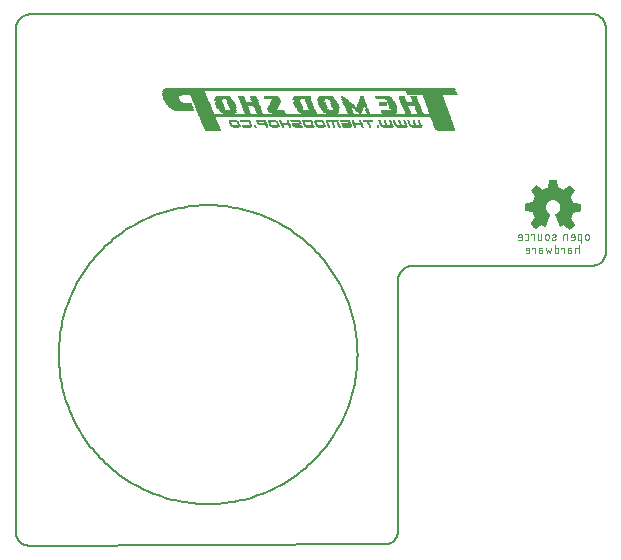
<source format=gbo>
G75*
%MOIN*%
%OFA0B0*%
%FSLAX25Y25*%
%IPPOS*%
%LPD*%
%AMOC8*
5,1,8,0,0,1.08239X$1,22.5*
%
%ADD10C,0.00600*%
%ADD11R,0.05040X0.00140*%
%ADD12R,0.06020X0.00140*%
%ADD13R,0.05180X0.00140*%
%ADD14R,0.06580X0.00140*%
%ADD15R,0.05320X0.00140*%
%ADD16R,0.06720X0.00140*%
%ADD17R,0.05320X0.00140*%
%ADD18R,0.06580X0.00140*%
%ADD19R,0.05320X0.00140*%
%ADD20R,0.02240X0.00140*%
%ADD21R,0.02800X0.00140*%
%ADD22R,0.00700X0.00140*%
%ADD23R,0.00840X0.00140*%
%ADD24R,0.02240X0.00140*%
%ADD25R,0.02660X0.00140*%
%ADD26R,0.03640X0.00140*%
%ADD27R,0.02940X0.00140*%
%ADD28R,0.03220X0.00140*%
%ADD29R,0.02940X0.00140*%
%ADD30R,0.03080X0.00140*%
%ADD31R,0.03220X0.00140*%
%ADD32R,0.04060X0.00140*%
%ADD33R,0.03920X0.00140*%
%ADD34R,0.05320X0.00140*%
%ADD35R,0.03220X0.00140*%
%ADD36R,0.03220X0.00140*%
%ADD37R,0.00700X0.00140*%
%ADD38R,0.00840X0.00140*%
%ADD39R,0.03360X0.00140*%
%ADD40R,0.04060X0.00140*%
%ADD41R,0.04200X0.00140*%
%ADD42R,0.00840X0.00140*%
%ADD43R,0.03360X0.00140*%
%ADD44R,0.04200X0.00140*%
%ADD45R,0.04340X0.00140*%
%ADD46R,0.06720X0.00140*%
%ADD47R,0.05180X0.00140*%
%ADD48R,0.03080X0.00140*%
%ADD49R,0.02800X0.00140*%
%ADD50R,0.06720X0.00140*%
%ADD51R,0.00840X0.00140*%
%ADD52R,0.03780X0.00140*%
%ADD53R,0.83720X0.00140*%
%ADD54R,0.83580X0.00140*%
%ADD55R,0.03780X0.00140*%
%ADD56R,0.02240X0.00140*%
%ADD57R,0.05040X0.00140*%
%ADD58R,0.00560X0.00140*%
%ADD59R,0.00980X0.00140*%
%ADD60R,0.04340X0.00140*%
%ADD61R,0.02240X0.00140*%
%ADD62R,0.06720X0.00140*%
%ADD63R,0.02100X0.00140*%
%ADD64R,0.04480X0.00140*%
%ADD65R,0.00980X0.00140*%
%ADD66R,0.04620X0.00140*%
%ADD67R,0.04620X0.00140*%
%ADD68R,0.05600X0.00140*%
%ADD69R,0.04760X0.00140*%
%ADD70R,0.04900X0.00140*%
%ADD71R,0.01120X0.00140*%
%ADD72R,0.05040X0.00140*%
%ADD73R,0.05740X0.00140*%
%ADD74R,0.01260X0.00140*%
%ADD75R,0.02100X0.00140*%
%ADD76R,0.05740X0.00140*%
%ADD77R,0.01540X0.00140*%
%ADD78R,0.05880X0.00140*%
%ADD79R,0.05460X0.00140*%
%ADD80R,0.01820X0.00140*%
%ADD81R,0.01960X0.00140*%
%ADD82R,0.06440X0.00140*%
%ADD83R,0.02380X0.00140*%
%ADD84R,0.01120X0.00140*%
%ADD85R,0.06860X0.00140*%
%ADD86R,0.07140X0.00140*%
%ADD87R,0.02940X0.00140*%
%ADD88R,0.02380X0.00140*%
%ADD89R,0.02660X0.00140*%
%ADD90R,0.07280X0.00140*%
%ADD91R,0.07560X0.00140*%
%ADD92R,0.07700X0.00140*%
%ADD93R,0.03500X0.00140*%
%ADD94R,0.07840X0.00140*%
%ADD95R,0.07980X0.00140*%
%ADD96R,0.08120X0.00140*%
%ADD97R,0.08260X0.00140*%
%ADD98R,0.03640X0.00140*%
%ADD99R,0.02520X0.00140*%
%ADD100R,0.08260X0.00140*%
%ADD101R,0.02520X0.00140*%
%ADD102R,0.06300X0.00140*%
%ADD103R,0.03500X0.00140*%
%ADD104R,0.08400X0.00140*%
%ADD105R,0.06160X0.00140*%
%ADD106R,0.06300X0.00140*%
%ADD107R,0.02520X0.00140*%
%ADD108R,0.06020X0.00140*%
%ADD109R,0.05740X0.00140*%
%ADD110R,0.05460X0.00140*%
%ADD111R,0.01680X0.00140*%
%ADD112R,0.02520X0.00140*%
%ADD113R,0.01680X0.00140*%
%ADD114R,0.01540X0.00140*%
%ADD115R,0.01400X0.00140*%
%ADD116R,0.05600X0.00140*%
%ADD117R,0.04620X0.00140*%
%ADD118R,0.04760X0.00140*%
%ADD119R,0.01120X0.00140*%
%ADD120R,0.01260X0.00140*%
%ADD121R,0.04900X0.00140*%
%ADD122R,0.14560X0.00140*%
%ADD123R,0.16660X0.00140*%
%ADD124R,0.14560X0.00140*%
%ADD125R,0.16660X0.00140*%
%ADD126R,0.14420X0.00140*%
%ADD127R,0.16800X0.00140*%
%ADD128R,0.14280X0.00140*%
%ADD129R,0.14280X0.00140*%
%ADD130R,0.14140X0.00140*%
%ADD131R,0.14000X0.00140*%
%ADD132R,0.97580X0.00140*%
%ADD133R,0.97580X0.00140*%
%ADD134R,0.97300X0.00140*%
%ADD135R,0.97160X0.00140*%
%ADD136R,0.97020X0.00140*%
%ADD137R,0.96600X0.00140*%
%ADD138R,0.96180X0.00140*%
%ADD139C,0.00200*%
D10*
X0010011Y0007670D02*
X0128330Y0008113D01*
X0128299Y0008120D02*
X0128434Y0008122D01*
X0128568Y0008128D01*
X0128703Y0008138D01*
X0128837Y0008151D01*
X0128970Y0008169D01*
X0129104Y0008190D01*
X0129236Y0008216D01*
X0129367Y0008245D01*
X0129498Y0008278D01*
X0129628Y0008315D01*
X0129756Y0008355D01*
X0129884Y0008399D01*
X0130010Y0008447D01*
X0130134Y0008499D01*
X0130257Y0008554D01*
X0130378Y0008613D01*
X0130498Y0008675D01*
X0130615Y0008741D01*
X0130731Y0008810D01*
X0130845Y0008882D01*
X0130956Y0008958D01*
X0131066Y0009037D01*
X0131173Y0009119D01*
X0131277Y0009204D01*
X0131379Y0009292D01*
X0131478Y0009383D01*
X0131575Y0009477D01*
X0131669Y0009574D01*
X0131760Y0009673D01*
X0131848Y0009775D01*
X0131933Y0009879D01*
X0132015Y0009986D01*
X0132094Y0010096D01*
X0132170Y0010207D01*
X0132242Y0010321D01*
X0132311Y0010436D01*
X0132377Y0010554D01*
X0132439Y0010674D01*
X0132498Y0010795D01*
X0132553Y0010918D01*
X0132605Y0011042D01*
X0132653Y0011168D01*
X0132697Y0011296D01*
X0132737Y0011424D01*
X0132774Y0011554D01*
X0132807Y0011685D01*
X0132836Y0011816D01*
X0132862Y0011948D01*
X0132883Y0012082D01*
X0132901Y0012215D01*
X0132914Y0012349D01*
X0132924Y0012484D01*
X0132930Y0012618D01*
X0132932Y0012753D01*
X0132929Y0012656D02*
X0132929Y0096228D01*
X0132932Y0096286D02*
X0132934Y0096421D01*
X0132940Y0096555D01*
X0132950Y0096690D01*
X0132963Y0096824D01*
X0132981Y0096957D01*
X0133002Y0097091D01*
X0133028Y0097223D01*
X0133057Y0097354D01*
X0133090Y0097485D01*
X0133127Y0097615D01*
X0133167Y0097743D01*
X0133211Y0097871D01*
X0133259Y0097997D01*
X0133311Y0098121D01*
X0133366Y0098244D01*
X0133425Y0098365D01*
X0133487Y0098485D01*
X0133553Y0098603D01*
X0133622Y0098718D01*
X0133694Y0098832D01*
X0133770Y0098943D01*
X0133849Y0099053D01*
X0133931Y0099160D01*
X0134016Y0099264D01*
X0134104Y0099366D01*
X0134195Y0099465D01*
X0134289Y0099562D01*
X0134386Y0099656D01*
X0134485Y0099747D01*
X0134587Y0099835D01*
X0134691Y0099920D01*
X0134798Y0100002D01*
X0134908Y0100081D01*
X0135019Y0100157D01*
X0135133Y0100229D01*
X0135249Y0100298D01*
X0135366Y0100364D01*
X0135486Y0100426D01*
X0135607Y0100485D01*
X0135730Y0100540D01*
X0135854Y0100592D01*
X0135980Y0100640D01*
X0136108Y0100684D01*
X0136236Y0100724D01*
X0136366Y0100761D01*
X0136497Y0100794D01*
X0136628Y0100823D01*
X0136760Y0100849D01*
X0136894Y0100870D01*
X0137027Y0100888D01*
X0137161Y0100901D01*
X0137296Y0100911D01*
X0137430Y0100917D01*
X0137565Y0100919D01*
X0137537Y0100924D02*
X0197588Y0101037D01*
X0197522Y0101022D02*
X0197657Y0101024D01*
X0197791Y0101030D01*
X0197926Y0101040D01*
X0198060Y0101053D01*
X0198193Y0101071D01*
X0198327Y0101092D01*
X0198459Y0101118D01*
X0198590Y0101147D01*
X0198721Y0101180D01*
X0198851Y0101217D01*
X0198979Y0101257D01*
X0199107Y0101301D01*
X0199233Y0101349D01*
X0199357Y0101401D01*
X0199480Y0101456D01*
X0199601Y0101515D01*
X0199721Y0101577D01*
X0199838Y0101643D01*
X0199954Y0101712D01*
X0200068Y0101784D01*
X0200179Y0101860D01*
X0200289Y0101939D01*
X0200396Y0102021D01*
X0200500Y0102106D01*
X0200602Y0102194D01*
X0200701Y0102285D01*
X0200798Y0102379D01*
X0200892Y0102476D01*
X0200983Y0102575D01*
X0201071Y0102677D01*
X0201156Y0102781D01*
X0201238Y0102888D01*
X0201317Y0102998D01*
X0201393Y0103109D01*
X0201465Y0103223D01*
X0201534Y0103338D01*
X0201600Y0103456D01*
X0201662Y0103576D01*
X0201721Y0103697D01*
X0201776Y0103820D01*
X0201828Y0103944D01*
X0201876Y0104070D01*
X0201920Y0104198D01*
X0201960Y0104326D01*
X0201997Y0104456D01*
X0202030Y0104587D01*
X0202059Y0104718D01*
X0202085Y0104850D01*
X0202106Y0104984D01*
X0202124Y0105117D01*
X0202137Y0105251D01*
X0202147Y0105386D01*
X0202153Y0105520D01*
X0202155Y0105655D01*
X0202151Y0105538D02*
X0202112Y0180400D01*
X0202156Y0180345D02*
X0202154Y0180480D01*
X0202148Y0180614D01*
X0202138Y0180749D01*
X0202125Y0180883D01*
X0202107Y0181016D01*
X0202086Y0181150D01*
X0202060Y0181282D01*
X0202031Y0181413D01*
X0201998Y0181544D01*
X0201961Y0181674D01*
X0201921Y0181802D01*
X0201877Y0181930D01*
X0201829Y0182056D01*
X0201777Y0182180D01*
X0201722Y0182303D01*
X0201663Y0182424D01*
X0201601Y0182544D01*
X0201535Y0182662D01*
X0201466Y0182777D01*
X0201394Y0182891D01*
X0201318Y0183002D01*
X0201239Y0183112D01*
X0201157Y0183219D01*
X0201072Y0183323D01*
X0200984Y0183425D01*
X0200893Y0183524D01*
X0200799Y0183621D01*
X0200702Y0183715D01*
X0200603Y0183806D01*
X0200501Y0183894D01*
X0200397Y0183979D01*
X0200290Y0184061D01*
X0200180Y0184140D01*
X0200069Y0184216D01*
X0199955Y0184288D01*
X0199840Y0184357D01*
X0199722Y0184423D01*
X0199602Y0184485D01*
X0199481Y0184544D01*
X0199358Y0184599D01*
X0199234Y0184651D01*
X0199108Y0184699D01*
X0198980Y0184743D01*
X0198852Y0184783D01*
X0198722Y0184820D01*
X0198591Y0184853D01*
X0198460Y0184882D01*
X0198328Y0184908D01*
X0198194Y0184929D01*
X0198061Y0184947D01*
X0197927Y0184960D01*
X0197792Y0184970D01*
X0197658Y0184976D01*
X0197523Y0184978D01*
X0197522Y0184979D02*
X0182619Y0184836D01*
X0182624Y0184834D02*
X0010591Y0184776D01*
X0010596Y0184795D02*
X0010192Y0184795D01*
X0010057Y0184793D01*
X0009923Y0184787D01*
X0009788Y0184777D01*
X0009654Y0184764D01*
X0009521Y0184746D01*
X0009387Y0184725D01*
X0009255Y0184699D01*
X0009124Y0184670D01*
X0008993Y0184637D01*
X0008863Y0184600D01*
X0008735Y0184560D01*
X0008607Y0184516D01*
X0008481Y0184468D01*
X0008357Y0184416D01*
X0008234Y0184361D01*
X0008113Y0184302D01*
X0007993Y0184240D01*
X0007876Y0184174D01*
X0007760Y0184105D01*
X0007646Y0184033D01*
X0007535Y0183957D01*
X0007425Y0183878D01*
X0007318Y0183796D01*
X0007214Y0183711D01*
X0007112Y0183623D01*
X0007013Y0183532D01*
X0006916Y0183438D01*
X0006822Y0183341D01*
X0006731Y0183242D01*
X0006643Y0183140D01*
X0006558Y0183036D01*
X0006476Y0182929D01*
X0006397Y0182819D01*
X0006321Y0182708D01*
X0006249Y0182594D01*
X0006180Y0182479D01*
X0006114Y0182361D01*
X0006052Y0182241D01*
X0005993Y0182120D01*
X0005938Y0181997D01*
X0005886Y0181873D01*
X0005838Y0181747D01*
X0005794Y0181619D01*
X0005754Y0181491D01*
X0005717Y0181361D01*
X0005684Y0181230D01*
X0005655Y0181099D01*
X0005629Y0180967D01*
X0005608Y0180833D01*
X0005590Y0180700D01*
X0005577Y0180566D01*
X0005567Y0180431D01*
X0005561Y0180297D01*
X0005559Y0180162D01*
X0005580Y0180197D02*
X0005459Y0012177D01*
X0005460Y0012317D02*
X0005462Y0012182D01*
X0005468Y0012048D01*
X0005478Y0011913D01*
X0005491Y0011779D01*
X0005509Y0011646D01*
X0005530Y0011512D01*
X0005556Y0011380D01*
X0005585Y0011249D01*
X0005618Y0011118D01*
X0005655Y0010988D01*
X0005695Y0010860D01*
X0005739Y0010732D01*
X0005787Y0010606D01*
X0005839Y0010482D01*
X0005894Y0010359D01*
X0005953Y0010238D01*
X0006015Y0010118D01*
X0006081Y0010000D01*
X0006150Y0009885D01*
X0006222Y0009771D01*
X0006298Y0009660D01*
X0006377Y0009550D01*
X0006459Y0009443D01*
X0006544Y0009339D01*
X0006632Y0009237D01*
X0006723Y0009138D01*
X0006817Y0009041D01*
X0006914Y0008947D01*
X0007013Y0008856D01*
X0007115Y0008768D01*
X0007219Y0008683D01*
X0007326Y0008601D01*
X0007436Y0008522D01*
X0007547Y0008446D01*
X0007661Y0008374D01*
X0007777Y0008305D01*
X0007894Y0008239D01*
X0008014Y0008177D01*
X0008135Y0008118D01*
X0008258Y0008063D01*
X0008382Y0008011D01*
X0008508Y0007963D01*
X0008636Y0007919D01*
X0008764Y0007879D01*
X0008894Y0007842D01*
X0009025Y0007809D01*
X0009156Y0007780D01*
X0009288Y0007754D01*
X0009422Y0007733D01*
X0009555Y0007715D01*
X0009689Y0007702D01*
X0009824Y0007692D01*
X0009958Y0007686D01*
X0010093Y0007684D01*
X0019834Y0071365D02*
X0019849Y0072587D01*
X0019894Y0073808D01*
X0019969Y0075027D01*
X0020074Y0076245D01*
X0020208Y0077459D01*
X0020373Y0078670D01*
X0020567Y0079876D01*
X0020791Y0081077D01*
X0021044Y0082273D01*
X0021326Y0083462D01*
X0021637Y0084643D01*
X0021978Y0085817D01*
X0022347Y0086981D01*
X0022744Y0088137D01*
X0023170Y0089282D01*
X0023624Y0090417D01*
X0024105Y0091540D01*
X0024614Y0092650D01*
X0025150Y0093748D01*
X0025712Y0094833D01*
X0026302Y0095903D01*
X0026917Y0096959D01*
X0027558Y0097999D01*
X0028224Y0099024D01*
X0028915Y0100031D01*
X0029631Y0101021D01*
X0030371Y0101994D01*
X0031134Y0102948D01*
X0031921Y0103883D01*
X0032730Y0104798D01*
X0033562Y0105693D01*
X0034415Y0106568D01*
X0035290Y0107421D01*
X0036185Y0108253D01*
X0037100Y0109062D01*
X0038035Y0109849D01*
X0038989Y0110612D01*
X0039962Y0111352D01*
X0040952Y0112068D01*
X0041959Y0112759D01*
X0042984Y0113425D01*
X0044024Y0114066D01*
X0045080Y0114681D01*
X0046150Y0115271D01*
X0047235Y0115833D01*
X0048333Y0116369D01*
X0049443Y0116878D01*
X0050566Y0117359D01*
X0051701Y0117813D01*
X0052846Y0118239D01*
X0054002Y0118636D01*
X0055166Y0119005D01*
X0056340Y0119346D01*
X0057521Y0119657D01*
X0058710Y0119939D01*
X0059906Y0120192D01*
X0061107Y0120416D01*
X0062313Y0120610D01*
X0063524Y0120775D01*
X0064738Y0120909D01*
X0065956Y0121014D01*
X0067175Y0121089D01*
X0068396Y0121134D01*
X0069618Y0121149D01*
X0070840Y0121134D01*
X0072061Y0121089D01*
X0073280Y0121014D01*
X0074498Y0120909D01*
X0075712Y0120775D01*
X0076923Y0120610D01*
X0078129Y0120416D01*
X0079330Y0120192D01*
X0080526Y0119939D01*
X0081715Y0119657D01*
X0082896Y0119346D01*
X0084070Y0119005D01*
X0085234Y0118636D01*
X0086390Y0118239D01*
X0087535Y0117813D01*
X0088670Y0117359D01*
X0089793Y0116878D01*
X0090903Y0116369D01*
X0092001Y0115833D01*
X0093086Y0115271D01*
X0094156Y0114681D01*
X0095212Y0114066D01*
X0096252Y0113425D01*
X0097277Y0112759D01*
X0098284Y0112068D01*
X0099274Y0111352D01*
X0100247Y0110612D01*
X0101201Y0109849D01*
X0102136Y0109062D01*
X0103051Y0108253D01*
X0103946Y0107421D01*
X0104821Y0106568D01*
X0105674Y0105693D01*
X0106506Y0104798D01*
X0107315Y0103883D01*
X0108102Y0102948D01*
X0108865Y0101994D01*
X0109605Y0101021D01*
X0110321Y0100031D01*
X0111012Y0099024D01*
X0111678Y0097999D01*
X0112319Y0096959D01*
X0112934Y0095903D01*
X0113524Y0094833D01*
X0114086Y0093748D01*
X0114622Y0092650D01*
X0115131Y0091540D01*
X0115612Y0090417D01*
X0116066Y0089282D01*
X0116492Y0088137D01*
X0116889Y0086981D01*
X0117258Y0085817D01*
X0117599Y0084643D01*
X0117910Y0083462D01*
X0118192Y0082273D01*
X0118445Y0081077D01*
X0118669Y0079876D01*
X0118863Y0078670D01*
X0119028Y0077459D01*
X0119162Y0076245D01*
X0119267Y0075027D01*
X0119342Y0073808D01*
X0119387Y0072587D01*
X0119402Y0071365D01*
X0119387Y0070143D01*
X0119342Y0068922D01*
X0119267Y0067703D01*
X0119162Y0066485D01*
X0119028Y0065271D01*
X0118863Y0064060D01*
X0118669Y0062854D01*
X0118445Y0061653D01*
X0118192Y0060457D01*
X0117910Y0059268D01*
X0117599Y0058087D01*
X0117258Y0056913D01*
X0116889Y0055749D01*
X0116492Y0054593D01*
X0116066Y0053448D01*
X0115612Y0052313D01*
X0115131Y0051190D01*
X0114622Y0050080D01*
X0114086Y0048982D01*
X0113524Y0047897D01*
X0112934Y0046827D01*
X0112319Y0045771D01*
X0111678Y0044731D01*
X0111012Y0043706D01*
X0110321Y0042699D01*
X0109605Y0041709D01*
X0108865Y0040736D01*
X0108102Y0039782D01*
X0107315Y0038847D01*
X0106506Y0037932D01*
X0105674Y0037037D01*
X0104821Y0036162D01*
X0103946Y0035309D01*
X0103051Y0034477D01*
X0102136Y0033668D01*
X0101201Y0032881D01*
X0100247Y0032118D01*
X0099274Y0031378D01*
X0098284Y0030662D01*
X0097277Y0029971D01*
X0096252Y0029305D01*
X0095212Y0028664D01*
X0094156Y0028049D01*
X0093086Y0027459D01*
X0092001Y0026897D01*
X0090903Y0026361D01*
X0089793Y0025852D01*
X0088670Y0025371D01*
X0087535Y0024917D01*
X0086390Y0024491D01*
X0085234Y0024094D01*
X0084070Y0023725D01*
X0082896Y0023384D01*
X0081715Y0023073D01*
X0080526Y0022791D01*
X0079330Y0022538D01*
X0078129Y0022314D01*
X0076923Y0022120D01*
X0075712Y0021955D01*
X0074498Y0021821D01*
X0073280Y0021716D01*
X0072061Y0021641D01*
X0070840Y0021596D01*
X0069618Y0021581D01*
X0068396Y0021596D01*
X0067175Y0021641D01*
X0065956Y0021716D01*
X0064738Y0021821D01*
X0063524Y0021955D01*
X0062313Y0022120D01*
X0061107Y0022314D01*
X0059906Y0022538D01*
X0058710Y0022791D01*
X0057521Y0023073D01*
X0056340Y0023384D01*
X0055166Y0023725D01*
X0054002Y0024094D01*
X0052846Y0024491D01*
X0051701Y0024917D01*
X0050566Y0025371D01*
X0049443Y0025852D01*
X0048333Y0026361D01*
X0047235Y0026897D01*
X0046150Y0027459D01*
X0045080Y0028049D01*
X0044024Y0028664D01*
X0042984Y0029305D01*
X0041959Y0029971D01*
X0040952Y0030662D01*
X0039962Y0031378D01*
X0038989Y0032118D01*
X0038035Y0032881D01*
X0037100Y0033668D01*
X0036185Y0034477D01*
X0035290Y0035309D01*
X0034415Y0036162D01*
X0033562Y0037037D01*
X0032730Y0037932D01*
X0031921Y0038847D01*
X0031134Y0039782D01*
X0030371Y0040736D01*
X0029631Y0041709D01*
X0028915Y0042699D01*
X0028224Y0043706D01*
X0027558Y0044731D01*
X0026917Y0045771D01*
X0026302Y0046827D01*
X0025712Y0047897D01*
X0025150Y0048982D01*
X0024614Y0050080D01*
X0024105Y0051190D01*
X0023624Y0052313D01*
X0023170Y0053448D01*
X0022744Y0054593D01*
X0022347Y0055749D01*
X0021978Y0056913D01*
X0021637Y0058087D01*
X0021326Y0059268D01*
X0021044Y0060457D01*
X0020791Y0061653D01*
X0020567Y0062854D01*
X0020373Y0064060D01*
X0020208Y0065271D01*
X0020074Y0066485D01*
X0019969Y0067703D01*
X0019894Y0068922D01*
X0019849Y0070143D01*
X0019834Y0071365D01*
D11*
X0071241Y0146025D03*
X0090841Y0156665D03*
X0127941Y0156945D03*
D12*
X0148731Y0146025D03*
D13*
X0108831Y0156805D03*
X0092311Y0152465D03*
X0074531Y0156805D03*
X0068091Y0153445D03*
X0068371Y0152745D03*
X0068511Y0152465D03*
X0068651Y0152045D03*
X0068791Y0151765D03*
X0069631Y0149805D03*
X0069911Y0149105D03*
X0070191Y0148405D03*
X0070331Y0148125D03*
X0070471Y0147705D03*
X0070611Y0147425D03*
X0070751Y0147145D03*
X0070891Y0146725D03*
X0071031Y0146445D03*
X0071171Y0146165D03*
X0067391Y0155125D03*
X0066971Y0156105D03*
X0066411Y0157365D03*
D14*
X0144531Y0157365D03*
X0144531Y0157505D03*
X0144671Y0157225D03*
X0144671Y0156945D03*
X0144811Y0156805D03*
X0144811Y0156665D03*
X0144951Y0156245D03*
X0145091Y0155965D03*
X0145091Y0155825D03*
X0145231Y0155545D03*
X0145231Y0155405D03*
X0145371Y0155265D03*
X0145371Y0155125D03*
X0145511Y0154845D03*
X0145511Y0154705D03*
X0145651Y0154425D03*
X0145791Y0154005D03*
X0145791Y0153865D03*
X0145931Y0153725D03*
X0145931Y0153445D03*
X0146071Y0153305D03*
X0146071Y0153165D03*
X0146211Y0152745D03*
X0146351Y0152465D03*
X0146351Y0152325D03*
X0146491Y0152045D03*
X0146631Y0151765D03*
X0146631Y0151625D03*
X0147051Y0150505D03*
X0147051Y0150365D03*
X0147191Y0150225D03*
X0147191Y0149945D03*
X0147331Y0149805D03*
X0147331Y0149665D03*
X0147331Y0149525D03*
X0147471Y0149245D03*
X0147611Y0149105D03*
X0147611Y0148965D03*
X0147611Y0148825D03*
X0147751Y0148545D03*
X0147891Y0148265D03*
X0147891Y0148125D03*
X0148031Y0147845D03*
X0148031Y0147705D03*
X0148171Y0147425D03*
X0148311Y0147145D03*
X0148311Y0147005D03*
X0148311Y0146865D03*
X0148451Y0146725D03*
X0148591Y0146305D03*
X0148591Y0146165D03*
D15*
X0129901Y0152325D03*
X0129901Y0152465D03*
X0092381Y0152325D03*
X0071101Y0146305D03*
X0070541Y0147565D03*
X0070401Y0147845D03*
X0069981Y0148825D03*
X0069981Y0148965D03*
X0069841Y0149245D03*
X0069701Y0149525D03*
X0069701Y0149665D03*
X0069281Y0150505D03*
X0068581Y0152325D03*
X0068441Y0152605D03*
X0068301Y0153025D03*
X0067881Y0153865D03*
X0067881Y0154005D03*
X0067741Y0154145D03*
X0067741Y0154425D03*
X0067601Y0154565D03*
X0067601Y0154705D03*
X0067181Y0155545D03*
X0067041Y0155825D03*
X0067041Y0155965D03*
X0066901Y0156245D03*
X0066481Y0157225D03*
X0066341Y0157505D03*
X0066341Y0157645D03*
D16*
X0144461Y0157645D03*
X0145021Y0156105D03*
X0145721Y0154145D03*
X0146561Y0151905D03*
X0147821Y0148405D03*
X0148521Y0146445D03*
D17*
X0110721Y0152185D03*
X0100921Y0157085D03*
X0070961Y0146585D03*
X0068861Y0151485D03*
X0068021Y0153585D03*
X0067461Y0154985D03*
D18*
X0144671Y0157085D03*
X0144951Y0156385D03*
X0145651Y0154285D03*
X0145931Y0153585D03*
X0146211Y0152885D03*
X0146491Y0152185D03*
X0147191Y0150085D03*
X0147471Y0149385D03*
X0147751Y0148685D03*
X0148171Y0147285D03*
X0148451Y0146585D03*
D19*
X0128361Y0156525D03*
X0128221Y0156665D03*
X0103161Y0151625D03*
X0100921Y0157225D03*
X0070821Y0147005D03*
X0070821Y0146865D03*
X0070261Y0148265D03*
X0070121Y0148545D03*
X0069561Y0149945D03*
X0069421Y0150225D03*
X0069421Y0150365D03*
X0068861Y0151625D03*
X0068721Y0151905D03*
X0068161Y0153165D03*
X0068161Y0153305D03*
X0068021Y0153725D03*
X0067461Y0154845D03*
X0067321Y0155265D03*
X0067321Y0155405D03*
X0066761Y0156525D03*
X0066761Y0156665D03*
X0066621Y0156805D03*
X0066621Y0156945D03*
X0057661Y0155825D03*
X0057521Y0156105D03*
D20*
X0074041Y0153165D03*
X0077541Y0154425D03*
X0076841Y0155825D03*
X0076841Y0155965D03*
X0081041Y0156105D03*
X0081041Y0156245D03*
X0084541Y0157225D03*
X0084541Y0157365D03*
X0085241Y0155545D03*
X0085941Y0153865D03*
X0085941Y0153725D03*
X0086641Y0152045D03*
X0086641Y0151905D03*
X0082441Y0152465D03*
X0082441Y0152605D03*
X0078941Y0147005D03*
X0099941Y0153445D03*
X0103441Y0154705D03*
X0103441Y0154845D03*
X0104141Y0153025D03*
X0108341Y0153165D03*
X0108341Y0153305D03*
X0111841Y0154565D03*
X0111141Y0155965D03*
X0116741Y0152605D03*
X0116741Y0152465D03*
X0130041Y0156245D03*
X0130741Y0155125D03*
X0131441Y0153025D03*
X0131441Y0152745D03*
X0135641Y0153305D03*
X0136341Y0151625D03*
X0139841Y0152745D03*
X0134241Y0156805D03*
X0134241Y0156945D03*
D21*
X0127941Y0154425D03*
X0119821Y0153025D03*
X0116181Y0154845D03*
X0114921Y0149245D03*
X0115761Y0147005D03*
X0103721Y0147005D03*
X0102741Y0149245D03*
X0098401Y0149245D03*
X0090981Y0152605D03*
X0090981Y0152745D03*
X0087481Y0149245D03*
X0082581Y0147005D03*
X0081601Y0149245D03*
D22*
X0083491Y0148545D03*
X0083631Y0148265D03*
X0083631Y0148125D03*
X0083771Y0147845D03*
X0083911Y0147565D03*
X0085311Y0147145D03*
X0085451Y0147005D03*
X0090071Y0148405D03*
X0090071Y0148545D03*
X0090211Y0148125D03*
X0090351Y0147845D03*
X0090351Y0147705D03*
X0092591Y0148545D03*
X0092731Y0148405D03*
X0092731Y0148265D03*
X0092871Y0147845D03*
X0093011Y0147705D03*
X0093011Y0147565D03*
X0094271Y0147565D03*
X0094271Y0147705D03*
X0094411Y0147425D03*
X0094551Y0147005D03*
X0093991Y0148405D03*
X0093851Y0148825D03*
X0093711Y0148965D03*
X0093711Y0149105D03*
X0096091Y0149105D03*
X0096091Y0149245D03*
X0096231Y0148965D03*
X0096231Y0148825D03*
X0096371Y0148545D03*
X0096371Y0148405D03*
X0096651Y0147845D03*
X0096651Y0147705D03*
X0096791Y0147565D03*
X0096791Y0147425D03*
X0096931Y0147145D03*
X0096931Y0147005D03*
X0101551Y0148405D03*
X0101551Y0148545D03*
X0101691Y0148125D03*
X0101831Y0147845D03*
X0101831Y0147705D03*
X0101971Y0147565D03*
X0104071Y0148545D03*
X0104211Y0148405D03*
X0104211Y0148265D03*
X0104351Y0147845D03*
X0104491Y0147705D03*
X0104491Y0147565D03*
X0105611Y0148125D03*
X0105471Y0148405D03*
X0105471Y0148545D03*
X0105751Y0147845D03*
X0105751Y0147705D03*
X0107991Y0148545D03*
X0108131Y0148405D03*
X0108131Y0148265D03*
X0108271Y0147845D03*
X0108411Y0147705D03*
X0108411Y0147565D03*
X0109391Y0148265D03*
X0109391Y0148405D03*
X0109531Y0148125D03*
X0109671Y0147705D03*
X0109671Y0147565D03*
X0109811Y0147425D03*
X0109951Y0147005D03*
X0111491Y0147425D03*
X0111491Y0147565D03*
X0111351Y0147845D03*
X0111211Y0148125D03*
X0111211Y0148265D03*
X0111071Y0148545D03*
X0111631Y0147145D03*
X0113171Y0147705D03*
X0113171Y0147845D03*
X0113031Y0148125D03*
X0112891Y0148405D03*
X0113311Y0147425D03*
X0113451Y0147145D03*
X0113451Y0147005D03*
X0116811Y0148405D03*
X0116811Y0148545D03*
X0117091Y0147705D03*
X0117091Y0147565D03*
X0118351Y0147705D03*
X0118351Y0147845D03*
X0118491Y0147425D03*
X0118631Y0147145D03*
X0118631Y0147005D03*
X0118071Y0148405D03*
X0118071Y0148545D03*
X0117931Y0148825D03*
X0117791Y0149105D03*
X0117791Y0149245D03*
X0120171Y0149245D03*
X0120311Y0148965D03*
X0120311Y0148825D03*
X0120451Y0148545D03*
X0120731Y0147845D03*
X0120871Y0147565D03*
X0120871Y0147425D03*
X0121011Y0147145D03*
X0123391Y0147705D03*
X0123671Y0147005D03*
X0126191Y0147145D03*
X0126331Y0147005D03*
X0127311Y0147565D03*
X0127311Y0147705D03*
X0127171Y0148125D03*
X0127031Y0148265D03*
X0127031Y0148405D03*
X0126891Y0148825D03*
X0126751Y0148965D03*
X0126751Y0149105D03*
X0128431Y0149105D03*
X0128431Y0149245D03*
X0128571Y0148965D03*
X0128571Y0148825D03*
X0128711Y0148545D03*
X0128851Y0148265D03*
X0128851Y0148125D03*
X0128991Y0147845D03*
X0129131Y0147565D03*
X0130531Y0148405D03*
X0130531Y0148545D03*
X0130391Y0148825D03*
X0130251Y0149105D03*
X0130251Y0149245D03*
X0130671Y0148125D03*
X0130811Y0147845D03*
X0130811Y0147705D03*
X0131931Y0148125D03*
X0131791Y0148405D03*
X0131791Y0148545D03*
X0131651Y0148825D03*
X0131511Y0149105D03*
X0131511Y0149245D03*
X0132071Y0147845D03*
X0132071Y0147705D03*
X0132211Y0147565D03*
X0133611Y0148265D03*
X0133611Y0148405D03*
X0133471Y0148545D03*
X0133331Y0148965D03*
X0133331Y0149105D03*
X0133191Y0149245D03*
X0133751Y0147845D03*
X0133891Y0147705D03*
X0133891Y0147565D03*
X0135291Y0148405D03*
X0135291Y0148545D03*
X0135151Y0148825D03*
X0135151Y0148965D03*
X0135011Y0149105D03*
X0135011Y0149245D03*
X0135431Y0148265D03*
X0135431Y0148125D03*
X0135571Y0147845D03*
X0135571Y0147705D03*
X0135711Y0147565D03*
X0136691Y0148125D03*
X0136691Y0148265D03*
X0136551Y0148545D03*
X0136411Y0148825D03*
X0136411Y0148965D03*
X0136271Y0149245D03*
X0136831Y0147845D03*
X0136971Y0147565D03*
X0138371Y0148405D03*
X0138371Y0148545D03*
X0138231Y0148825D03*
X0138091Y0149105D03*
X0138091Y0149245D03*
X0138511Y0148125D03*
X0138651Y0147845D03*
X0138651Y0147705D03*
X0140051Y0148545D03*
X0140191Y0148405D03*
X0140191Y0148265D03*
X0140331Y0147845D03*
X0140471Y0147705D03*
X0140471Y0147565D03*
X0139911Y0148965D03*
X0139911Y0149105D03*
X0139771Y0149245D03*
X0120311Y0151625D03*
X0079991Y0147705D03*
X0079991Y0147565D03*
X0079851Y0147845D03*
X0079711Y0148125D03*
X0079711Y0148265D03*
X0079571Y0148545D03*
X0077331Y0147705D03*
X0077191Y0148125D03*
X0077051Y0148405D03*
D23*
X0076981Y0148545D03*
X0077121Y0148265D03*
X0077261Y0147845D03*
X0077401Y0147565D03*
X0083561Y0148405D03*
X0086081Y0148545D03*
X0086221Y0148405D03*
X0089021Y0147845D03*
X0089021Y0147705D03*
X0089021Y0147565D03*
X0089161Y0147425D03*
X0089301Y0147145D03*
X0089301Y0147005D03*
X0090421Y0147565D03*
X0092801Y0148125D03*
X0093921Y0148545D03*
X0094201Y0147845D03*
X0094481Y0147145D03*
X0097981Y0147705D03*
X0097981Y0147845D03*
X0098121Y0147565D03*
X0100221Y0148405D03*
X0100221Y0148545D03*
X0101621Y0148265D03*
X0104281Y0148125D03*
X0105821Y0147565D03*
X0108201Y0148125D03*
X0109321Y0148545D03*
X0109601Y0147845D03*
X0109881Y0147145D03*
X0111421Y0147705D03*
X0111701Y0147005D03*
X0112961Y0148265D03*
X0112821Y0148545D03*
X0117021Y0147845D03*
X0117861Y0148965D03*
X0118421Y0147565D03*
X0120521Y0148405D03*
X0120801Y0147705D03*
X0121081Y0147005D03*
X0123181Y0148125D03*
X0123181Y0148265D03*
X0123321Y0147845D03*
X0123461Y0147565D03*
X0123461Y0147425D03*
X0123601Y0147145D03*
X0126121Y0147425D03*
X0126961Y0148545D03*
X0126681Y0149245D03*
X0128781Y0148405D03*
X0129061Y0147705D03*
X0130601Y0148265D03*
X0130321Y0148965D03*
X0131581Y0148965D03*
X0131861Y0148265D03*
X0130881Y0147565D03*
X0133401Y0148825D03*
X0133681Y0148125D03*
X0136621Y0148405D03*
X0136901Y0147705D03*
X0138161Y0148965D03*
X0138721Y0147565D03*
X0140261Y0148125D03*
X0139981Y0148825D03*
X0114221Y0157365D03*
D24*
X0115621Y0155545D03*
X0116321Y0153725D03*
X0116461Y0153305D03*
X0116461Y0153165D03*
X0116601Y0153025D03*
X0116601Y0152745D03*
X0116881Y0152325D03*
X0117021Y0151905D03*
X0117021Y0151765D03*
X0117161Y0151625D03*
X0119961Y0152605D03*
X0120801Y0155545D03*
X0112261Y0153305D03*
X0112261Y0153165D03*
X0112261Y0153025D03*
X0112261Y0152745D03*
X0112261Y0152605D03*
X0112121Y0153725D03*
X0112121Y0153865D03*
X0111701Y0154845D03*
X0111561Y0155125D03*
X0111561Y0155265D03*
X0111421Y0155405D03*
X0111421Y0155545D03*
X0111001Y0156105D03*
X0107501Y0155125D03*
X0107361Y0155545D03*
X0107921Y0154005D03*
X0108061Y0153725D03*
X0108201Y0153445D03*
X0108481Y0153025D03*
X0108621Y0152745D03*
X0106381Y0149245D03*
X0107361Y0147005D03*
X0104281Y0152605D03*
X0104281Y0152745D03*
X0104001Y0153165D03*
X0104001Y0153305D03*
X0104001Y0153445D03*
X0103861Y0153725D03*
X0103861Y0153865D03*
X0103721Y0154005D03*
X0103721Y0154145D03*
X0103581Y0154425D03*
X0103581Y0154565D03*
X0103301Y0155125D03*
X0103161Y0155405D03*
X0103161Y0155545D03*
X0103021Y0155825D03*
X0103021Y0155965D03*
X0102881Y0156105D03*
X0102881Y0156245D03*
X0099661Y0154005D03*
X0099801Y0153725D03*
X0100081Y0153305D03*
X0100081Y0153165D03*
X0100221Y0153025D03*
X0100361Y0152745D03*
X0099101Y0155545D03*
X0099101Y0155825D03*
X0099101Y0155965D03*
X0090981Y0149245D03*
X0091961Y0147005D03*
X0086781Y0151625D03*
X0086501Y0152325D03*
X0086501Y0152465D03*
X0086361Y0152605D03*
X0086361Y0152745D03*
X0086221Y0153025D03*
X0086221Y0153165D03*
X0086081Y0153305D03*
X0086081Y0153445D03*
X0085801Y0154145D03*
X0085381Y0155265D03*
X0085101Y0155965D03*
X0084961Y0156245D03*
X0084821Y0156525D03*
X0084821Y0156665D03*
X0084821Y0156805D03*
X0084681Y0156945D03*
X0081181Y0155965D03*
X0081181Y0155825D03*
X0081321Y0155545D03*
X0081321Y0155405D03*
X0080901Y0156525D03*
X0080901Y0156665D03*
X0080761Y0156805D03*
X0080761Y0156945D03*
X0080621Y0157225D03*
X0080621Y0157365D03*
X0081881Y0154005D03*
X0081881Y0153865D03*
X0082021Y0153725D03*
X0082161Y0153305D03*
X0082161Y0153165D03*
X0082301Y0153025D03*
X0082301Y0152745D03*
X0082721Y0151905D03*
X0082721Y0151765D03*
X0077961Y0152605D03*
X0077961Y0152745D03*
X0077961Y0153025D03*
X0077961Y0153165D03*
X0077961Y0153305D03*
X0077821Y0153725D03*
X0077821Y0153865D03*
X0077681Y0154005D03*
X0077681Y0154145D03*
X0077401Y0154705D03*
X0077261Y0155125D03*
X0077121Y0155405D03*
X0077121Y0155545D03*
X0076701Y0156105D03*
X0076561Y0156245D03*
X0073061Y0155545D03*
X0074321Y0152745D03*
X0074461Y0152605D03*
X0077961Y0149245D03*
X0130181Y0156105D03*
X0130321Y0155965D03*
X0130321Y0155825D03*
X0130601Y0155405D03*
X0134101Y0157225D03*
X0134101Y0157365D03*
X0134381Y0156665D03*
X0134381Y0156525D03*
X0134521Y0156245D03*
X0134521Y0156105D03*
X0134661Y0155965D03*
X0134661Y0155825D03*
X0134801Y0155545D03*
X0134801Y0155405D03*
X0135361Y0154145D03*
X0135361Y0154005D03*
X0135361Y0153865D03*
X0135501Y0153725D03*
X0135781Y0153025D03*
X0135921Y0152745D03*
X0135921Y0152605D03*
X0135921Y0152465D03*
X0136061Y0152325D03*
X0136201Y0151905D03*
X0136201Y0151765D03*
X0138861Y0155265D03*
X0138861Y0155405D03*
X0138721Y0155545D03*
X0138721Y0155825D03*
X0138581Y0155965D03*
X0138581Y0156105D03*
X0138301Y0156665D03*
X0138301Y0156805D03*
X0138021Y0157365D03*
X0139281Y0154145D03*
X0139421Y0154005D03*
X0139421Y0153865D03*
X0139561Y0153445D03*
X0139701Y0153165D03*
X0139701Y0153025D03*
X0139981Y0152465D03*
X0139981Y0152325D03*
X0140121Y0152045D03*
X0140121Y0151905D03*
X0140261Y0151765D03*
X0140261Y0151625D03*
D25*
X0120871Y0154845D03*
X0115971Y0155125D03*
X0099871Y0147005D03*
X0092311Y0156105D03*
X0092311Y0156245D03*
D26*
X0116881Y0153865D03*
X0129621Y0147005D03*
X0134381Y0147005D03*
X0139281Y0147005D03*
D27*
X0127871Y0154565D03*
X0127871Y0154705D03*
X0127731Y0154845D03*
X0127731Y0155125D03*
X0120871Y0154705D03*
X0120871Y0154565D03*
X0119751Y0153165D03*
X0116251Y0154705D03*
X0106451Y0149105D03*
X0099171Y0148265D03*
X0091051Y0149105D03*
X0092311Y0155965D03*
X0078031Y0149105D03*
X0078871Y0147145D03*
D28*
X0078731Y0147425D03*
X0081951Y0148965D03*
X0082091Y0148825D03*
X0082651Y0147425D03*
X0082651Y0147145D03*
X0091191Y0148825D03*
X0095251Y0148265D03*
X0098751Y0148965D03*
X0106591Y0148825D03*
X0115691Y0148125D03*
X0119331Y0148265D03*
X0122831Y0149105D03*
X0091051Y0153165D03*
D29*
X0091891Y0147145D03*
X0107291Y0147145D03*
D30*
X0106521Y0148965D03*
X0099661Y0147145D03*
X0099101Y0148125D03*
X0095321Y0148125D03*
X0091121Y0148965D03*
X0090981Y0153025D03*
X0092241Y0155825D03*
X0081881Y0149105D03*
X0078101Y0148965D03*
X0115061Y0149105D03*
X0115621Y0148265D03*
X0115901Y0147145D03*
X0119401Y0148125D03*
X0120941Y0154425D03*
X0116461Y0154425D03*
X0116321Y0154565D03*
D31*
X0115271Y0148965D03*
X0103511Y0147145D03*
X0102671Y0148965D03*
X0102671Y0149105D03*
X0098611Y0149105D03*
X0092171Y0155405D03*
X0092171Y0155545D03*
X0087271Y0149105D03*
X0087271Y0148965D03*
X0078171Y0148825D03*
D32*
X0110931Y0149105D03*
X0129411Y0147145D03*
X0134171Y0147145D03*
D33*
X0139001Y0147145D03*
D34*
X0076281Y0152185D03*
X0070681Y0147285D03*
X0068581Y0152185D03*
X0068301Y0152885D03*
X0067741Y0154285D03*
X0067181Y0155685D03*
X0057381Y0156385D03*
D35*
X0078871Y0147285D03*
X0103371Y0147285D03*
X0119471Y0147985D03*
X0120871Y0154285D03*
D36*
X0116531Y0154285D03*
X0107291Y0147285D03*
X0095391Y0147985D03*
X0091891Y0147285D03*
X0082651Y0147285D03*
D37*
X0083771Y0147985D03*
X0083491Y0148685D03*
X0085311Y0147285D03*
X0089931Y0148685D03*
X0090211Y0147985D03*
X0092591Y0148685D03*
X0092871Y0147985D03*
X0093851Y0148685D03*
X0094411Y0147285D03*
X0100151Y0148685D03*
X0101691Y0147985D03*
X0104071Y0148685D03*
X0104351Y0147985D03*
X0105331Y0148685D03*
X0105611Y0147985D03*
X0107991Y0148685D03*
X0108271Y0147985D03*
X0109251Y0148685D03*
X0109531Y0147985D03*
X0109811Y0147285D03*
X0111351Y0147985D03*
X0111071Y0148685D03*
X0111631Y0147285D03*
X0113031Y0147985D03*
X0112751Y0148685D03*
X0113311Y0147285D03*
X0116671Y0148685D03*
X0117931Y0148685D03*
X0118491Y0147285D03*
X0120451Y0148685D03*
X0121011Y0147285D03*
X0126191Y0147285D03*
X0127171Y0147985D03*
X0126891Y0148685D03*
X0128991Y0147985D03*
X0130391Y0148685D03*
X0130671Y0147985D03*
X0131651Y0148685D03*
X0131931Y0147985D03*
X0133471Y0148685D03*
X0133751Y0147985D03*
X0136551Y0148685D03*
X0136831Y0147985D03*
X0138231Y0148685D03*
X0138511Y0147985D03*
X0140051Y0148685D03*
X0140331Y0147985D03*
X0079851Y0147985D03*
X0079571Y0148685D03*
X0077191Y0147985D03*
X0076911Y0148685D03*
D38*
X0086081Y0148685D03*
X0088601Y0148685D03*
X0089161Y0147285D03*
X0096301Y0148685D03*
X0096861Y0147285D03*
X0101481Y0148685D03*
X0123321Y0147985D03*
X0123601Y0147285D03*
X0135221Y0148685D03*
X0135501Y0147985D03*
D39*
X0115901Y0147285D03*
X0099521Y0147285D03*
X0091261Y0153585D03*
D40*
X0129271Y0147285D03*
D41*
X0134101Y0147285D03*
X0138861Y0147285D03*
X0093221Y0151485D03*
D42*
X0093641Y0149245D03*
X0090141Y0148265D03*
X0088741Y0148405D03*
X0088741Y0148545D03*
X0085241Y0147425D03*
X0083841Y0147705D03*
X0079641Y0148405D03*
X0105541Y0148265D03*
X0111141Y0148405D03*
X0113241Y0147565D03*
X0120241Y0149105D03*
X0123041Y0148545D03*
X0123041Y0148405D03*
X0127241Y0147845D03*
X0120241Y0151765D03*
X0136341Y0149105D03*
X0138441Y0148265D03*
D43*
X0122901Y0148825D03*
X0122901Y0148965D03*
X0122761Y0149245D03*
X0119681Y0153305D03*
X0120941Y0154005D03*
X0120941Y0154145D03*
X0116741Y0154145D03*
X0115341Y0148825D03*
X0115901Y0147425D03*
X0107221Y0147425D03*
X0103301Y0147425D03*
X0102741Y0148825D03*
X0099381Y0147425D03*
X0098821Y0148825D03*
X0091821Y0147425D03*
X0087621Y0148125D03*
X0087481Y0148265D03*
X0087341Y0148825D03*
X0091121Y0153305D03*
X0091121Y0153445D03*
X0092101Y0155265D03*
D44*
X0090141Y0157365D03*
X0076561Y0151625D03*
X0110861Y0151625D03*
X0111001Y0148965D03*
X0111001Y0148825D03*
X0129201Y0147425D03*
X0133961Y0147425D03*
D45*
X0138791Y0147425D03*
X0074391Y0157225D03*
D46*
X0144881Y0156525D03*
X0145581Y0154565D03*
X0146141Y0153025D03*
X0146281Y0152605D03*
X0148101Y0147565D03*
D47*
X0129971Y0152185D03*
X0092451Y0152185D03*
X0070331Y0147985D03*
X0070051Y0148685D03*
X0069771Y0149385D03*
X0069491Y0150085D03*
X0066831Y0156385D03*
X0066551Y0157085D03*
D48*
X0087761Y0147985D03*
X0092241Y0155685D03*
X0115761Y0147985D03*
D49*
X0116041Y0154985D03*
X0098961Y0147985D03*
D50*
X0145161Y0155685D03*
X0147961Y0147985D03*
D51*
X0128641Y0148685D03*
X0123041Y0148685D03*
D52*
X0111071Y0149245D03*
X0108691Y0157365D03*
X0074391Y0157365D03*
D53*
X0108201Y0151345D03*
X0108201Y0151205D03*
X0108341Y0151065D03*
X0108341Y0150925D03*
X0108481Y0150645D03*
D54*
X0108411Y0150785D03*
D55*
X0110931Y0151485D03*
X0119611Y0153585D03*
X0076631Y0151485D03*
D56*
X0077961Y0152885D03*
X0077821Y0153585D03*
X0076981Y0155685D03*
X0076421Y0156385D03*
X0073061Y0155685D03*
X0074181Y0152885D03*
X0081181Y0155685D03*
X0080901Y0156385D03*
X0080621Y0157085D03*
X0082021Y0153585D03*
X0082301Y0152885D03*
X0082581Y0152185D03*
X0082861Y0151485D03*
X0086781Y0151485D03*
X0086081Y0153585D03*
X0084961Y0156385D03*
X0084681Y0157085D03*
X0099101Y0155685D03*
X0100361Y0152885D03*
X0103581Y0154285D03*
X0103301Y0154985D03*
X0103021Y0155685D03*
X0103861Y0153585D03*
X0107361Y0155685D03*
X0110721Y0156385D03*
X0111281Y0155685D03*
X0112121Y0153585D03*
X0112261Y0152885D03*
X0116321Y0153585D03*
X0116601Y0152885D03*
X0116881Y0152185D03*
X0117161Y0151485D03*
X0115481Y0155685D03*
X0120801Y0155685D03*
X0130461Y0155685D03*
X0131301Y0153585D03*
X0134101Y0157085D03*
X0134381Y0156385D03*
X0134661Y0155685D03*
X0135501Y0153585D03*
X0135781Y0152885D03*
X0136061Y0152185D03*
X0139561Y0153585D03*
X0138721Y0155685D03*
X0138161Y0157085D03*
X0140401Y0151485D03*
D57*
X0103301Y0151485D03*
D58*
X0120381Y0151485D03*
D59*
X0122831Y0152185D03*
X0122551Y0152885D03*
X0122271Y0153585D03*
X0123111Y0151485D03*
D60*
X0129831Y0151485D03*
D61*
X0131441Y0152885D03*
X0136341Y0151485D03*
X0139841Y0152885D03*
X0138441Y0156385D03*
X0104141Y0152885D03*
X0102741Y0156385D03*
X0085241Y0155685D03*
D62*
X0145441Y0154985D03*
X0146701Y0151485D03*
D63*
X0139911Y0152605D03*
X0139631Y0153305D03*
X0139491Y0153725D03*
X0138511Y0156245D03*
X0138371Y0156525D03*
X0138231Y0156945D03*
X0138091Y0157225D03*
X0135571Y0153445D03*
X0135711Y0153165D03*
X0136131Y0152045D03*
X0120871Y0155825D03*
X0116391Y0153445D03*
X0116951Y0152045D03*
X0115411Y0155825D03*
X0111211Y0155825D03*
X0110931Y0156245D03*
X0103231Y0155265D03*
X0086711Y0151765D03*
X0082791Y0151625D03*
X0082651Y0152045D03*
X0082511Y0152325D03*
X0082091Y0153445D03*
X0081811Y0154145D03*
X0074111Y0153025D03*
D64*
X0090421Y0157225D03*
X0093081Y0151625D03*
X0108761Y0157225D03*
X0127521Y0157365D03*
X0129901Y0151625D03*
D65*
X0122971Y0151625D03*
X0122971Y0151765D03*
X0122831Y0152045D03*
X0122691Y0152325D03*
X0122691Y0152465D03*
X0122551Y0152745D03*
X0122411Y0153165D03*
X0122411Y0153305D03*
X0122271Y0153445D03*
X0122131Y0153725D03*
X0120731Y0157365D03*
X0114291Y0157225D03*
D66*
X0110791Y0151765D03*
X0127731Y0157225D03*
X0076491Y0151765D03*
D67*
X0092871Y0151765D03*
D68*
X0100921Y0156945D03*
X0102881Y0151905D03*
X0103021Y0151765D03*
X0109041Y0156525D03*
X0110581Y0152465D03*
X0076281Y0152325D03*
X0074601Y0156525D03*
X0058081Y0155265D03*
X0057941Y0155405D03*
X0057241Y0156945D03*
X0057241Y0157225D03*
X0057241Y0157365D03*
D69*
X0090561Y0156945D03*
X0129901Y0151765D03*
D70*
X0129971Y0151905D03*
X0110791Y0151905D03*
X0108831Y0156945D03*
X0092731Y0151905D03*
X0090911Y0156525D03*
X0090771Y0156805D03*
X0076491Y0151905D03*
D71*
X0120241Y0151905D03*
X0122481Y0153025D03*
X0122901Y0151905D03*
D72*
X0128081Y0156805D03*
X0129901Y0152045D03*
X0110721Y0152045D03*
X0101061Y0157365D03*
X0092521Y0152045D03*
X0076421Y0152045D03*
X0074461Y0156945D03*
D73*
X0076211Y0152465D03*
X0057311Y0157505D03*
X0100851Y0156805D03*
X0102811Y0152045D03*
D74*
X0114571Y0156945D03*
X0118211Y0153725D03*
X0120171Y0152045D03*
X0120731Y0156945D03*
X0120731Y0157225D03*
D75*
X0140051Y0152185D03*
X0086571Y0152185D03*
X0086291Y0152885D03*
D76*
X0102671Y0152185D03*
D77*
X0120171Y0152185D03*
D78*
X0102601Y0152325D03*
X0102461Y0152465D03*
X0100921Y0156525D03*
X0100921Y0156665D03*
X0062001Y0152465D03*
D79*
X0057871Y0155545D03*
X0057591Y0155965D03*
X0057451Y0156245D03*
X0057311Y0156525D03*
X0057311Y0156665D03*
X0057311Y0156805D03*
X0074531Y0156665D03*
X0108971Y0156665D03*
X0110651Y0152325D03*
D80*
X0120031Y0152325D03*
X0120731Y0156245D03*
D81*
X0120801Y0156105D03*
X0120801Y0155965D03*
X0119961Y0152465D03*
X0115341Y0155965D03*
X0115201Y0156105D03*
D82*
X0061721Y0152605D03*
X0057521Y0157645D03*
D83*
X0072991Y0156245D03*
X0072991Y0156105D03*
X0072991Y0155965D03*
X0072991Y0155825D03*
X0073131Y0155405D03*
X0073131Y0155265D03*
X0073131Y0155125D03*
X0073271Y0154845D03*
X0073411Y0154565D03*
X0073411Y0154425D03*
X0073551Y0154145D03*
X0073551Y0154005D03*
X0073691Y0153865D03*
X0073691Y0153725D03*
X0073831Y0153445D03*
X0073971Y0153305D03*
X0077331Y0154845D03*
X0077471Y0154565D03*
X0077191Y0155265D03*
X0077891Y0153445D03*
X0081391Y0155265D03*
X0085031Y0156105D03*
X0085171Y0155825D03*
X0085311Y0155405D03*
X0085871Y0154005D03*
X0099031Y0156105D03*
X0099031Y0156245D03*
X0099171Y0155405D03*
X0099171Y0155265D03*
X0099311Y0154845D03*
X0099451Y0154705D03*
X0099451Y0154565D03*
X0099451Y0154425D03*
X0099591Y0154145D03*
X0099731Y0153865D03*
X0100571Y0152605D03*
X0107571Y0154845D03*
X0107711Y0154705D03*
X0107711Y0154565D03*
X0107711Y0154425D03*
X0107851Y0154145D03*
X0107991Y0153865D03*
X0107431Y0155265D03*
X0107431Y0155405D03*
X0107291Y0155825D03*
X0107291Y0155965D03*
X0107291Y0156105D03*
X0107291Y0156245D03*
X0111771Y0154705D03*
X0111911Y0154425D03*
X0112051Y0154145D03*
X0112051Y0154005D03*
X0112191Y0153445D03*
X0115691Y0155405D03*
X0120311Y0153725D03*
X0119891Y0152745D03*
X0120871Y0155405D03*
X0130531Y0155545D03*
X0130671Y0155265D03*
X0130811Y0154845D03*
X0130951Y0154705D03*
X0130951Y0154565D03*
X0131231Y0154005D03*
X0131231Y0153865D03*
X0131231Y0153725D03*
X0131371Y0153445D03*
X0131371Y0153305D03*
X0131371Y0153165D03*
X0131371Y0152605D03*
X0134871Y0155265D03*
X0108831Y0152605D03*
D84*
X0122621Y0152605D03*
D85*
X0061511Y0152745D03*
D86*
X0061371Y0152885D03*
D87*
X0091051Y0152885D03*
X0127731Y0154985D03*
X0128011Y0154285D03*
D88*
X0129831Y0156385D03*
X0130811Y0154985D03*
X0131091Y0154285D03*
X0111911Y0154285D03*
X0111631Y0154985D03*
X0108551Y0152885D03*
X0108131Y0153585D03*
X0107851Y0154285D03*
X0107571Y0154985D03*
X0099871Y0153585D03*
X0099591Y0154285D03*
X0099311Y0154985D03*
X0077611Y0154285D03*
X0077331Y0154985D03*
X0073831Y0153585D03*
X0073271Y0154985D03*
D89*
X0119891Y0152885D03*
X0120871Y0154985D03*
D90*
X0061161Y0153025D03*
D91*
X0061021Y0153165D03*
X0060881Y0153305D03*
D92*
X0060811Y0153445D03*
D93*
X0091331Y0153725D03*
X0091331Y0153865D03*
X0091471Y0154005D03*
X0091751Y0154425D03*
X0091751Y0154565D03*
X0091891Y0154705D03*
X0091891Y0154845D03*
X0092031Y0155125D03*
X0116811Y0154005D03*
X0119611Y0153445D03*
X0120871Y0153865D03*
D94*
X0060601Y0153585D03*
D95*
X0060531Y0153725D03*
X0060391Y0153865D03*
D96*
X0060321Y0154005D03*
D97*
X0060251Y0154145D03*
X0059971Y0154565D03*
D98*
X0091541Y0154145D03*
D99*
X0115761Y0155265D03*
X0131021Y0154425D03*
X0131161Y0154145D03*
D100*
X0060111Y0154285D03*
D101*
X0073481Y0154285D03*
X0092241Y0156385D03*
X0099101Y0156385D03*
D102*
X0083771Y0154285D03*
X0083491Y0154985D03*
X0136971Y0154985D03*
X0137251Y0154285D03*
D103*
X0092031Y0154985D03*
X0091611Y0154285D03*
D104*
X0060041Y0154425D03*
X0059901Y0154705D03*
X0059761Y0154845D03*
D105*
X0083421Y0155125D03*
X0083561Y0154845D03*
X0083561Y0154705D03*
X0083701Y0154425D03*
X0136901Y0155125D03*
X0137041Y0154845D03*
X0137041Y0154705D03*
X0137181Y0154425D03*
D106*
X0137111Y0154565D03*
X0083631Y0154565D03*
D107*
X0073341Y0154705D03*
X0099241Y0155125D03*
X0120801Y0155125D03*
X0120801Y0155265D03*
D108*
X0058431Y0154985D03*
D109*
X0058291Y0155125D03*
D110*
X0057731Y0155685D03*
D111*
X0115061Y0156245D03*
D112*
X0107361Y0156385D03*
X0073061Y0156385D03*
D113*
X0114921Y0156385D03*
X0120801Y0156385D03*
D114*
X0120731Y0156525D03*
X0120731Y0156665D03*
X0114851Y0156525D03*
D115*
X0114781Y0156665D03*
X0114641Y0156805D03*
X0120801Y0156805D03*
D116*
X0057241Y0157085D03*
D117*
X0074391Y0157085D03*
X0090491Y0157085D03*
D118*
X0108761Y0157085D03*
D119*
X0114501Y0157085D03*
D120*
X0120731Y0157085D03*
D121*
X0127871Y0157085D03*
D122*
X0061581Y0157785D03*
D123*
X0144111Y0158485D03*
X0144391Y0157785D03*
D124*
X0061581Y0157925D03*
D125*
X0143831Y0159045D03*
X0143971Y0158905D03*
X0143971Y0158765D03*
X0144111Y0158345D03*
X0144251Y0158065D03*
X0144251Y0157925D03*
D126*
X0061511Y0158065D03*
X0061511Y0158205D03*
X0061511Y0158345D03*
D127*
X0144041Y0158625D03*
X0144181Y0158205D03*
D128*
X0061441Y0158485D03*
D129*
X0061441Y0158625D03*
D130*
X0061371Y0158765D03*
D131*
X0061441Y0158905D03*
X0061441Y0159045D03*
D132*
X0103371Y0159185D03*
D133*
X0103371Y0159325D03*
D134*
X0103371Y0159465D03*
D135*
X0103441Y0159605D03*
D136*
X0103511Y0159745D03*
D137*
X0103581Y0159885D03*
D138*
X0103651Y0160025D03*
D139*
X0173023Y0110902D02*
X0173023Y0110591D01*
X0174268Y0110591D01*
X0174268Y0110902D02*
X0174268Y0110124D01*
X0174266Y0110083D01*
X0174261Y0110043D01*
X0174252Y0110003D01*
X0174240Y0109964D01*
X0174224Y0109927D01*
X0174205Y0109891D01*
X0174184Y0109856D01*
X0174159Y0109824D01*
X0174131Y0109794D01*
X0174101Y0109766D01*
X0174069Y0109741D01*
X0174035Y0109720D01*
X0173998Y0109701D01*
X0173961Y0109685D01*
X0173922Y0109673D01*
X0173882Y0109664D01*
X0173842Y0109659D01*
X0173801Y0109657D01*
X0173023Y0109657D01*
X0173024Y0110902D02*
X0173026Y0110951D01*
X0173032Y0110999D01*
X0173041Y0111047D01*
X0173054Y0111094D01*
X0173071Y0111140D01*
X0173092Y0111184D01*
X0173116Y0111227D01*
X0173143Y0111268D01*
X0173173Y0111306D01*
X0173206Y0111342D01*
X0173242Y0111375D01*
X0173280Y0111405D01*
X0173321Y0111432D01*
X0173364Y0111456D01*
X0173408Y0111477D01*
X0173454Y0111494D01*
X0173501Y0111507D01*
X0173549Y0111516D01*
X0173597Y0111522D01*
X0173646Y0111524D01*
X0173695Y0111522D01*
X0173743Y0111516D01*
X0173791Y0111507D01*
X0173838Y0111494D01*
X0173884Y0111477D01*
X0173928Y0111456D01*
X0173971Y0111432D01*
X0174012Y0111405D01*
X0174050Y0111375D01*
X0174086Y0111342D01*
X0174119Y0111306D01*
X0174149Y0111268D01*
X0174176Y0111227D01*
X0174200Y0111184D01*
X0174221Y0111140D01*
X0174238Y0111094D01*
X0174251Y0111047D01*
X0174260Y0110999D01*
X0174266Y0110951D01*
X0174268Y0110902D01*
X0175246Y0111524D02*
X0175868Y0111524D01*
X0175909Y0111522D01*
X0175949Y0111517D01*
X0175989Y0111508D01*
X0176028Y0111496D01*
X0176065Y0111480D01*
X0176102Y0111461D01*
X0176136Y0111440D01*
X0176168Y0111415D01*
X0176198Y0111387D01*
X0176226Y0111357D01*
X0176251Y0111325D01*
X0176272Y0111291D01*
X0176291Y0111254D01*
X0176307Y0111217D01*
X0176319Y0111178D01*
X0176328Y0111138D01*
X0176333Y0111098D01*
X0176335Y0111057D01*
X0176335Y0110124D01*
X0176333Y0110083D01*
X0176328Y0110043D01*
X0176319Y0110003D01*
X0176307Y0109964D01*
X0176291Y0109927D01*
X0176272Y0109891D01*
X0176251Y0109856D01*
X0176226Y0109824D01*
X0176198Y0109794D01*
X0176168Y0109766D01*
X0176136Y0109741D01*
X0176102Y0109720D01*
X0176065Y0109701D01*
X0176028Y0109685D01*
X0175989Y0109673D01*
X0175949Y0109664D01*
X0175909Y0109659D01*
X0175868Y0109657D01*
X0175246Y0109657D01*
X0177190Y0111213D02*
X0177190Y0111524D01*
X0178123Y0111524D01*
X0178123Y0109657D01*
X0179413Y0109657D02*
X0179413Y0111524D01*
X0180658Y0111524D02*
X0180658Y0110124D01*
X0180656Y0110083D01*
X0180651Y0110043D01*
X0180642Y0110003D01*
X0180630Y0109964D01*
X0180614Y0109927D01*
X0180595Y0109891D01*
X0180574Y0109856D01*
X0180549Y0109824D01*
X0180521Y0109794D01*
X0180491Y0109766D01*
X0180459Y0109741D01*
X0180425Y0109720D01*
X0180388Y0109701D01*
X0180351Y0109685D01*
X0180312Y0109673D01*
X0180272Y0109664D01*
X0180232Y0109659D01*
X0180191Y0109657D01*
X0179413Y0109657D01*
X0181843Y0110279D02*
X0181843Y0110902D01*
X0181844Y0110902D02*
X0181846Y0110951D01*
X0181852Y0110999D01*
X0181861Y0111047D01*
X0181874Y0111094D01*
X0181891Y0111140D01*
X0181912Y0111184D01*
X0181936Y0111227D01*
X0181963Y0111268D01*
X0181993Y0111306D01*
X0182026Y0111342D01*
X0182062Y0111375D01*
X0182100Y0111405D01*
X0182141Y0111432D01*
X0182184Y0111456D01*
X0182228Y0111477D01*
X0182274Y0111494D01*
X0182321Y0111507D01*
X0182369Y0111516D01*
X0182417Y0111522D01*
X0182466Y0111524D01*
X0182515Y0111522D01*
X0182563Y0111516D01*
X0182611Y0111507D01*
X0182658Y0111494D01*
X0182704Y0111477D01*
X0182748Y0111456D01*
X0182791Y0111432D01*
X0182832Y0111405D01*
X0182870Y0111375D01*
X0182906Y0111342D01*
X0182939Y0111306D01*
X0182969Y0111268D01*
X0182996Y0111227D01*
X0183020Y0111184D01*
X0183041Y0111140D01*
X0183058Y0111094D01*
X0183071Y0111047D01*
X0183080Y0110999D01*
X0183086Y0110951D01*
X0183088Y0110902D01*
X0183088Y0110279D01*
X0183086Y0110230D01*
X0183080Y0110182D01*
X0183071Y0110134D01*
X0183058Y0110087D01*
X0183041Y0110041D01*
X0183020Y0109997D01*
X0182996Y0109954D01*
X0182969Y0109913D01*
X0182939Y0109875D01*
X0182906Y0109839D01*
X0182870Y0109806D01*
X0182832Y0109776D01*
X0182791Y0109749D01*
X0182748Y0109725D01*
X0182704Y0109704D01*
X0182658Y0109687D01*
X0182611Y0109674D01*
X0182563Y0109665D01*
X0182515Y0109659D01*
X0182466Y0109657D01*
X0182417Y0109659D01*
X0182369Y0109665D01*
X0182321Y0109674D01*
X0182274Y0109687D01*
X0182228Y0109704D01*
X0182184Y0109725D01*
X0182141Y0109749D01*
X0182100Y0109776D01*
X0182062Y0109806D01*
X0182026Y0109839D01*
X0181993Y0109875D01*
X0181963Y0109913D01*
X0181936Y0109954D01*
X0181912Y0109997D01*
X0181891Y0110041D01*
X0181874Y0110087D01*
X0181861Y0110134D01*
X0181852Y0110182D01*
X0181846Y0110230D01*
X0181844Y0110279D01*
X0184417Y0110435D02*
X0185194Y0110746D01*
X0185195Y0110747D02*
X0185230Y0110763D01*
X0185263Y0110782D01*
X0185295Y0110805D01*
X0185324Y0110830D01*
X0185350Y0110858D01*
X0185374Y0110888D01*
X0185395Y0110921D01*
X0185412Y0110955D01*
X0185426Y0110991D01*
X0185437Y0111028D01*
X0185444Y0111066D01*
X0185448Y0111104D01*
X0185447Y0111143D01*
X0185444Y0111181D01*
X0185436Y0111219D01*
X0185425Y0111256D01*
X0185410Y0111291D01*
X0185392Y0111326D01*
X0185371Y0111358D01*
X0185347Y0111388D01*
X0185320Y0111416D01*
X0185291Y0111440D01*
X0185259Y0111462D01*
X0185225Y0111481D01*
X0185190Y0111497D01*
X0185154Y0111509D01*
X0185116Y0111518D01*
X0185078Y0111523D01*
X0185039Y0111524D01*
X0185428Y0109813D02*
X0185336Y0109782D01*
X0185243Y0109754D01*
X0185149Y0109730D01*
X0185055Y0109709D01*
X0184959Y0109691D01*
X0184863Y0109677D01*
X0184766Y0109667D01*
X0184670Y0109660D01*
X0184573Y0109657D01*
X0184572Y0109658D02*
X0184533Y0109659D01*
X0184495Y0109664D01*
X0184457Y0109673D01*
X0184421Y0109685D01*
X0184386Y0109701D01*
X0184352Y0109720D01*
X0184320Y0109742D01*
X0184291Y0109766D01*
X0184264Y0109794D01*
X0184240Y0109824D01*
X0184219Y0109856D01*
X0184201Y0109891D01*
X0184186Y0109926D01*
X0184175Y0109963D01*
X0184167Y0110001D01*
X0184164Y0110039D01*
X0184163Y0110078D01*
X0184167Y0110116D01*
X0184174Y0110154D01*
X0184185Y0110191D01*
X0184199Y0110227D01*
X0184216Y0110261D01*
X0184237Y0110294D01*
X0184261Y0110324D01*
X0184287Y0110352D01*
X0184316Y0110377D01*
X0184348Y0110400D01*
X0184381Y0110419D01*
X0184416Y0110435D01*
X0184339Y0111369D02*
X0184412Y0111401D01*
X0184488Y0111428D01*
X0184564Y0111453D01*
X0184642Y0111474D01*
X0184720Y0111491D01*
X0184799Y0111505D01*
X0184879Y0111515D01*
X0184959Y0111522D01*
X0185039Y0111525D01*
X0188053Y0111057D02*
X0188053Y0109657D01*
X0189298Y0109657D02*
X0189298Y0111524D01*
X0188520Y0111524D01*
X0188477Y0111522D01*
X0188434Y0111516D01*
X0188392Y0111506D01*
X0188351Y0111492D01*
X0188312Y0111475D01*
X0188274Y0111454D01*
X0188239Y0111430D01*
X0188205Y0111402D01*
X0188175Y0111372D01*
X0188147Y0111338D01*
X0188123Y0111303D01*
X0188102Y0111265D01*
X0188085Y0111226D01*
X0188071Y0111185D01*
X0188061Y0111143D01*
X0188055Y0111100D01*
X0188053Y0111057D01*
X0190483Y0110902D02*
X0190483Y0110591D01*
X0191728Y0110591D01*
X0191728Y0110902D02*
X0191728Y0110124D01*
X0191726Y0110083D01*
X0191721Y0110043D01*
X0191712Y0110003D01*
X0191700Y0109964D01*
X0191684Y0109927D01*
X0191665Y0109891D01*
X0191644Y0109856D01*
X0191619Y0109824D01*
X0191591Y0109794D01*
X0191561Y0109766D01*
X0191529Y0109741D01*
X0191495Y0109720D01*
X0191458Y0109701D01*
X0191421Y0109685D01*
X0191382Y0109673D01*
X0191342Y0109664D01*
X0191302Y0109659D01*
X0191261Y0109657D01*
X0190483Y0109657D01*
X0190483Y0110902D02*
X0190485Y0110951D01*
X0190491Y0110999D01*
X0190500Y0111047D01*
X0190513Y0111094D01*
X0190530Y0111140D01*
X0190551Y0111184D01*
X0190575Y0111227D01*
X0190602Y0111268D01*
X0190632Y0111306D01*
X0190665Y0111342D01*
X0190701Y0111375D01*
X0190739Y0111405D01*
X0190780Y0111432D01*
X0190823Y0111456D01*
X0190867Y0111477D01*
X0190913Y0111494D01*
X0190960Y0111507D01*
X0191008Y0111516D01*
X0191056Y0111522D01*
X0191105Y0111524D01*
X0191154Y0111522D01*
X0191202Y0111516D01*
X0191250Y0111507D01*
X0191297Y0111494D01*
X0191343Y0111477D01*
X0191387Y0111456D01*
X0191430Y0111432D01*
X0191471Y0111405D01*
X0191509Y0111375D01*
X0191545Y0111342D01*
X0191578Y0111306D01*
X0191608Y0111268D01*
X0191635Y0111227D01*
X0191659Y0111184D01*
X0191680Y0111140D01*
X0191697Y0111094D01*
X0191710Y0111047D01*
X0191719Y0110999D01*
X0191725Y0110951D01*
X0191727Y0110902D01*
X0192810Y0111057D02*
X0192810Y0110124D01*
X0192812Y0110083D01*
X0192817Y0110043D01*
X0192826Y0110003D01*
X0192838Y0109964D01*
X0192854Y0109927D01*
X0192873Y0109890D01*
X0192894Y0109856D01*
X0192919Y0109824D01*
X0192947Y0109794D01*
X0192977Y0109766D01*
X0193009Y0109741D01*
X0193044Y0109720D01*
X0193080Y0109701D01*
X0193117Y0109685D01*
X0193156Y0109673D01*
X0193196Y0109664D01*
X0193236Y0109659D01*
X0193277Y0109657D01*
X0194055Y0109657D01*
X0194055Y0108724D02*
X0194055Y0111524D01*
X0193277Y0111524D01*
X0193234Y0111522D01*
X0193191Y0111516D01*
X0193149Y0111506D01*
X0193108Y0111492D01*
X0193069Y0111475D01*
X0193031Y0111454D01*
X0192996Y0111430D01*
X0192962Y0111402D01*
X0192932Y0111372D01*
X0192904Y0111338D01*
X0192880Y0111303D01*
X0192859Y0111265D01*
X0192842Y0111226D01*
X0192828Y0111185D01*
X0192818Y0111143D01*
X0192812Y0111100D01*
X0192810Y0111057D01*
X0195253Y0110902D02*
X0195253Y0110279D01*
X0195255Y0110230D01*
X0195261Y0110182D01*
X0195270Y0110134D01*
X0195283Y0110087D01*
X0195300Y0110041D01*
X0195321Y0109997D01*
X0195345Y0109954D01*
X0195372Y0109913D01*
X0195402Y0109875D01*
X0195435Y0109839D01*
X0195471Y0109806D01*
X0195509Y0109776D01*
X0195550Y0109749D01*
X0195593Y0109725D01*
X0195637Y0109704D01*
X0195683Y0109687D01*
X0195730Y0109674D01*
X0195778Y0109665D01*
X0195826Y0109659D01*
X0195875Y0109657D01*
X0195924Y0109659D01*
X0195972Y0109665D01*
X0196020Y0109674D01*
X0196067Y0109687D01*
X0196113Y0109704D01*
X0196157Y0109725D01*
X0196200Y0109749D01*
X0196241Y0109776D01*
X0196279Y0109806D01*
X0196315Y0109839D01*
X0196348Y0109875D01*
X0196378Y0109913D01*
X0196405Y0109954D01*
X0196429Y0109997D01*
X0196450Y0110041D01*
X0196467Y0110087D01*
X0196480Y0110134D01*
X0196489Y0110182D01*
X0196495Y0110230D01*
X0196497Y0110279D01*
X0196498Y0110279D02*
X0196498Y0110902D01*
X0196497Y0110902D02*
X0196495Y0110951D01*
X0196489Y0110999D01*
X0196480Y0111047D01*
X0196467Y0111094D01*
X0196450Y0111140D01*
X0196429Y0111184D01*
X0196405Y0111227D01*
X0196378Y0111268D01*
X0196348Y0111306D01*
X0196315Y0111342D01*
X0196279Y0111375D01*
X0196241Y0111405D01*
X0196200Y0111432D01*
X0196157Y0111456D01*
X0196113Y0111477D01*
X0196067Y0111494D01*
X0196020Y0111507D01*
X0195972Y0111516D01*
X0195924Y0111522D01*
X0195875Y0111524D01*
X0195826Y0111522D01*
X0195778Y0111516D01*
X0195730Y0111507D01*
X0195683Y0111494D01*
X0195637Y0111477D01*
X0195593Y0111456D01*
X0195550Y0111432D01*
X0195509Y0111405D01*
X0195471Y0111375D01*
X0195435Y0111342D01*
X0195402Y0111306D01*
X0195372Y0111268D01*
X0195345Y0111227D01*
X0195321Y0111184D01*
X0195300Y0111140D01*
X0195283Y0111094D01*
X0195270Y0111047D01*
X0195261Y0110999D01*
X0195255Y0110951D01*
X0195253Y0110902D01*
X0193078Y0107957D02*
X0193078Y0105157D01*
X0191833Y0105157D02*
X0191833Y0106557D01*
X0191835Y0106600D01*
X0191841Y0106643D01*
X0191851Y0106685D01*
X0191865Y0106726D01*
X0191882Y0106765D01*
X0191903Y0106803D01*
X0191927Y0106838D01*
X0191955Y0106872D01*
X0191985Y0106902D01*
X0192019Y0106930D01*
X0192054Y0106954D01*
X0192092Y0106975D01*
X0192131Y0106992D01*
X0192172Y0107006D01*
X0192214Y0107016D01*
X0192257Y0107022D01*
X0192300Y0107024D01*
X0193078Y0107024D01*
X0190505Y0107024D02*
X0189883Y0107024D01*
X0189842Y0107022D01*
X0189802Y0107017D01*
X0189762Y0107008D01*
X0189723Y0106996D01*
X0189686Y0106980D01*
X0189650Y0106961D01*
X0189615Y0106940D01*
X0189583Y0106915D01*
X0189553Y0106887D01*
X0189525Y0106857D01*
X0189500Y0106825D01*
X0189479Y0106791D01*
X0189460Y0106754D01*
X0189444Y0106717D01*
X0189432Y0106678D01*
X0189423Y0106638D01*
X0189418Y0106598D01*
X0189416Y0106557D01*
X0189416Y0105157D01*
X0190116Y0105157D01*
X0190116Y0105158D02*
X0190161Y0105160D01*
X0190206Y0105165D01*
X0190250Y0105175D01*
X0190293Y0105187D01*
X0190335Y0105204D01*
X0190375Y0105224D01*
X0190414Y0105247D01*
X0190450Y0105273D01*
X0190484Y0105302D01*
X0190516Y0105334D01*
X0190545Y0105368D01*
X0190571Y0105404D01*
X0190594Y0105443D01*
X0190614Y0105483D01*
X0190631Y0105525D01*
X0190643Y0105568D01*
X0190653Y0105612D01*
X0190658Y0105657D01*
X0190660Y0105702D01*
X0190658Y0105747D01*
X0190653Y0105792D01*
X0190643Y0105836D01*
X0190631Y0105879D01*
X0190614Y0105921D01*
X0190594Y0105961D01*
X0190571Y0106000D01*
X0190545Y0106036D01*
X0190516Y0106070D01*
X0190484Y0106102D01*
X0190450Y0106131D01*
X0190414Y0106157D01*
X0190375Y0106180D01*
X0190335Y0106200D01*
X0190293Y0106217D01*
X0190250Y0106229D01*
X0190206Y0106239D01*
X0190161Y0106244D01*
X0190116Y0106246D01*
X0189416Y0106246D01*
X0188113Y0107024D02*
X0188113Y0105157D01*
X0187180Y0106713D02*
X0187180Y0107024D01*
X0188113Y0107024D01*
X0186340Y0106557D02*
X0186340Y0105624D01*
X0186341Y0105624D02*
X0186339Y0105583D01*
X0186334Y0105543D01*
X0186325Y0105503D01*
X0186313Y0105464D01*
X0186297Y0105427D01*
X0186278Y0105391D01*
X0186257Y0105356D01*
X0186232Y0105324D01*
X0186204Y0105294D01*
X0186174Y0105266D01*
X0186142Y0105241D01*
X0186108Y0105220D01*
X0186071Y0105201D01*
X0186034Y0105185D01*
X0185995Y0105173D01*
X0185955Y0105164D01*
X0185915Y0105159D01*
X0185874Y0105157D01*
X0185096Y0105157D01*
X0185096Y0107957D01*
X0185096Y0107024D02*
X0185874Y0107024D01*
X0185915Y0107022D01*
X0185955Y0107017D01*
X0185995Y0107008D01*
X0186034Y0106996D01*
X0186071Y0106980D01*
X0186108Y0106961D01*
X0186142Y0106940D01*
X0186174Y0106915D01*
X0186204Y0106887D01*
X0186232Y0106857D01*
X0186257Y0106825D01*
X0186278Y0106791D01*
X0186297Y0106754D01*
X0186313Y0106717D01*
X0186325Y0106678D01*
X0186334Y0106638D01*
X0186339Y0106598D01*
X0186341Y0106557D01*
X0183939Y0107024D02*
X0183472Y0105157D01*
X0183006Y0106402D01*
X0182539Y0105157D01*
X0182072Y0107024D01*
X0180875Y0107024D02*
X0180253Y0107024D01*
X0180212Y0107022D01*
X0180172Y0107017D01*
X0180132Y0107008D01*
X0180093Y0106996D01*
X0180056Y0106980D01*
X0180020Y0106961D01*
X0179985Y0106940D01*
X0179953Y0106915D01*
X0179923Y0106887D01*
X0179895Y0106857D01*
X0179870Y0106825D01*
X0179849Y0106791D01*
X0179830Y0106754D01*
X0179814Y0106717D01*
X0179802Y0106678D01*
X0179793Y0106638D01*
X0179788Y0106598D01*
X0179786Y0106557D01*
X0179786Y0105157D01*
X0180486Y0105157D01*
X0180486Y0105158D02*
X0180531Y0105160D01*
X0180576Y0105165D01*
X0180620Y0105175D01*
X0180663Y0105187D01*
X0180705Y0105204D01*
X0180745Y0105224D01*
X0180784Y0105247D01*
X0180820Y0105273D01*
X0180854Y0105302D01*
X0180886Y0105334D01*
X0180915Y0105368D01*
X0180941Y0105404D01*
X0180964Y0105443D01*
X0180984Y0105483D01*
X0181001Y0105525D01*
X0181013Y0105568D01*
X0181023Y0105612D01*
X0181028Y0105657D01*
X0181030Y0105702D01*
X0181028Y0105747D01*
X0181023Y0105792D01*
X0181013Y0105836D01*
X0181001Y0105879D01*
X0180984Y0105921D01*
X0180964Y0105961D01*
X0180941Y0106000D01*
X0180915Y0106036D01*
X0180886Y0106070D01*
X0180854Y0106102D01*
X0180820Y0106131D01*
X0180784Y0106157D01*
X0180745Y0106180D01*
X0180705Y0106200D01*
X0180663Y0106217D01*
X0180620Y0106229D01*
X0180576Y0106239D01*
X0180531Y0106244D01*
X0180486Y0106246D01*
X0179786Y0106246D01*
X0178483Y0107024D02*
X0178483Y0105157D01*
X0177550Y0106713D02*
X0177550Y0107024D01*
X0178483Y0107024D01*
X0176698Y0106402D02*
X0176698Y0105624D01*
X0176698Y0106091D02*
X0175453Y0106091D01*
X0175453Y0106402D01*
X0175454Y0106402D02*
X0175456Y0106451D01*
X0175462Y0106499D01*
X0175471Y0106547D01*
X0175484Y0106594D01*
X0175501Y0106640D01*
X0175522Y0106684D01*
X0175546Y0106727D01*
X0175573Y0106768D01*
X0175603Y0106806D01*
X0175636Y0106842D01*
X0175672Y0106875D01*
X0175710Y0106905D01*
X0175751Y0106932D01*
X0175794Y0106956D01*
X0175838Y0106977D01*
X0175884Y0106994D01*
X0175931Y0107007D01*
X0175979Y0107016D01*
X0176027Y0107022D01*
X0176076Y0107024D01*
X0176125Y0107022D01*
X0176173Y0107016D01*
X0176221Y0107007D01*
X0176268Y0106994D01*
X0176314Y0106977D01*
X0176358Y0106956D01*
X0176401Y0106932D01*
X0176442Y0106905D01*
X0176480Y0106875D01*
X0176516Y0106842D01*
X0176549Y0106806D01*
X0176579Y0106768D01*
X0176606Y0106727D01*
X0176630Y0106684D01*
X0176651Y0106640D01*
X0176668Y0106594D01*
X0176681Y0106547D01*
X0176690Y0106499D01*
X0176696Y0106451D01*
X0176698Y0106402D01*
X0176698Y0105624D02*
X0176696Y0105583D01*
X0176691Y0105543D01*
X0176682Y0105503D01*
X0176670Y0105464D01*
X0176654Y0105427D01*
X0176635Y0105391D01*
X0176614Y0105356D01*
X0176589Y0105324D01*
X0176561Y0105294D01*
X0176531Y0105266D01*
X0176499Y0105241D01*
X0176465Y0105220D01*
X0176428Y0105201D01*
X0176391Y0105185D01*
X0176352Y0105173D01*
X0176312Y0105164D01*
X0176272Y0105159D01*
X0176231Y0105157D01*
X0175453Y0105157D01*
X0178573Y0113507D02*
X0178173Y0113857D01*
X0177823Y0114207D01*
X0177423Y0114657D01*
X0177073Y0115107D01*
X0178523Y0117207D01*
X0178173Y0117807D01*
X0177973Y0118407D01*
X0177773Y0119207D01*
X0175323Y0119657D01*
X0175323Y0120807D01*
X0175373Y0121357D01*
X0175423Y0121857D01*
X0177873Y0122307D01*
X0178073Y0122957D01*
X0178323Y0123507D01*
X0178673Y0124107D01*
X0178723Y0124207D01*
X0177323Y0126157D01*
X0177723Y0126657D01*
X0178223Y0127157D01*
X0178623Y0127507D01*
X0178973Y0127757D01*
X0181023Y0126307D01*
X0181473Y0126557D01*
X0181923Y0126757D01*
X0182373Y0126957D01*
X0182823Y0127057D01*
X0183273Y0129507D01*
X0183873Y0129557D01*
X0185023Y0129557D01*
X0185523Y0129507D01*
X0185923Y0127107D01*
X0186673Y0126857D01*
X0187173Y0126657D01*
X0187873Y0126257D01*
X0189873Y0127707D01*
X0190323Y0127357D01*
X0190823Y0126857D01*
X0191223Y0126407D01*
X0191473Y0126157D01*
X0190073Y0124107D01*
X0190373Y0123607D01*
X0190673Y0122957D01*
X0190823Y0122407D01*
X0190973Y0122057D01*
X0193423Y0121657D01*
X0193423Y0119457D01*
X0190973Y0119057D01*
X0190773Y0118357D01*
X0190623Y0117857D01*
X0190423Y0117457D01*
X0190073Y0116857D01*
X0191523Y0114857D01*
X0191123Y0114407D01*
X0190773Y0114057D01*
X0190323Y0113657D01*
X0189973Y0113357D01*
X0187923Y0114757D01*
X0186773Y0114157D01*
X0185373Y0118157D01*
X0185870Y0118406D01*
X0186303Y0118755D01*
X0186650Y0119189D01*
X0186897Y0119687D01*
X0187031Y0120227D01*
X0187047Y0120783D01*
X0186943Y0121329D01*
X0186725Y0121840D01*
X0186402Y0122292D01*
X0185990Y0122666D01*
X0185507Y0122942D01*
X0184977Y0123108D01*
X0184423Y0123157D01*
X0183888Y0123091D01*
X0183377Y0122918D01*
X0182912Y0122644D01*
X0182513Y0122281D01*
X0182196Y0121844D01*
X0181975Y0121351D01*
X0181859Y0120824D01*
X0181853Y0120284D01*
X0181957Y0119755D01*
X0182167Y0119258D01*
X0182474Y0118814D01*
X0182865Y0118442D01*
X0183323Y0118157D01*
X0181773Y0114257D01*
X0181173Y0114507D01*
X0180573Y0114907D01*
X0178573Y0113507D01*
X0178401Y0113658D02*
X0178788Y0113658D01*
X0179072Y0113856D02*
X0178175Y0113856D01*
X0177976Y0114055D02*
X0179356Y0114055D01*
X0179639Y0114253D02*
X0177782Y0114253D01*
X0177606Y0114452D02*
X0179923Y0114452D01*
X0180206Y0114650D02*
X0177430Y0114650D01*
X0177274Y0114849D02*
X0180490Y0114849D01*
X0180661Y0114849D02*
X0182008Y0114849D01*
X0182087Y0115047D02*
X0177120Y0115047D01*
X0177169Y0115246D02*
X0182166Y0115246D01*
X0182245Y0115444D02*
X0177306Y0115444D01*
X0177443Y0115643D02*
X0182324Y0115643D01*
X0182403Y0115841D02*
X0177580Y0115841D01*
X0177717Y0116040D02*
X0182482Y0116040D01*
X0182561Y0116238D02*
X0177854Y0116238D01*
X0177991Y0116437D02*
X0182640Y0116437D01*
X0182719Y0116635D02*
X0178129Y0116635D01*
X0178266Y0116834D02*
X0182797Y0116834D01*
X0182876Y0117032D02*
X0178403Y0117032D01*
X0178510Y0117231D02*
X0182955Y0117231D01*
X0183034Y0117429D02*
X0178394Y0117429D01*
X0178278Y0117628D02*
X0183113Y0117628D01*
X0183192Y0117826D02*
X0178167Y0117826D01*
X0178101Y0118025D02*
X0183271Y0118025D01*
X0183217Y0118223D02*
X0178035Y0118223D01*
X0177970Y0118422D02*
X0182897Y0118422D01*
X0182677Y0118621D02*
X0177920Y0118621D01*
X0177870Y0118819D02*
X0182470Y0118819D01*
X0182333Y0119018D02*
X0177821Y0119018D01*
X0177725Y0119216D02*
X0182196Y0119216D01*
X0182101Y0119415D02*
X0176645Y0119415D01*
X0175564Y0119613D02*
X0182017Y0119613D01*
X0181946Y0119812D02*
X0175323Y0119812D01*
X0175323Y0120010D02*
X0181907Y0120010D01*
X0181868Y0120209D02*
X0175323Y0120209D01*
X0175323Y0120407D02*
X0181854Y0120407D01*
X0181857Y0120606D02*
X0175323Y0120606D01*
X0175323Y0120804D02*
X0181859Y0120804D01*
X0181898Y0121003D02*
X0175341Y0121003D01*
X0175359Y0121201D02*
X0181942Y0121201D01*
X0181997Y0121400D02*
X0175378Y0121400D01*
X0175397Y0121598D02*
X0182086Y0121598D01*
X0182175Y0121797D02*
X0175417Y0121797D01*
X0176174Y0121995D02*
X0182306Y0121995D01*
X0182450Y0122194D02*
X0177255Y0122194D01*
X0177900Y0122392D02*
X0182635Y0122392D01*
X0182854Y0122591D02*
X0177961Y0122591D01*
X0178022Y0122789D02*
X0183159Y0122789D01*
X0183582Y0122988D02*
X0178087Y0122988D01*
X0178177Y0123186D02*
X0190568Y0123186D01*
X0190659Y0122988D02*
X0185361Y0122988D01*
X0185774Y0122789D02*
X0190719Y0122789D01*
X0190773Y0122591D02*
X0186072Y0122591D01*
X0186292Y0122392D02*
X0190830Y0122392D01*
X0190915Y0122194D02*
X0186472Y0122194D01*
X0186614Y0121995D02*
X0191353Y0121995D01*
X0192569Y0121797D02*
X0186743Y0121797D01*
X0186828Y0121598D02*
X0193423Y0121598D01*
X0193423Y0121400D02*
X0186913Y0121400D01*
X0186967Y0121201D02*
X0193423Y0121201D01*
X0193423Y0121003D02*
X0187005Y0121003D01*
X0187043Y0120804D02*
X0193423Y0120804D01*
X0193423Y0120606D02*
X0187042Y0120606D01*
X0187036Y0120407D02*
X0193423Y0120407D01*
X0193423Y0120209D02*
X0187027Y0120209D01*
X0186977Y0120010D02*
X0193423Y0120010D01*
X0193423Y0119812D02*
X0186928Y0119812D01*
X0186860Y0119613D02*
X0193423Y0119613D01*
X0193162Y0119415D02*
X0186762Y0119415D01*
X0186664Y0119216D02*
X0191946Y0119216D01*
X0190962Y0119018D02*
X0186513Y0119018D01*
X0186354Y0118819D02*
X0190905Y0118819D01*
X0190849Y0118621D02*
X0186136Y0118621D01*
X0185890Y0118422D02*
X0190792Y0118422D01*
X0190733Y0118223D02*
X0185506Y0118223D01*
X0185420Y0118025D02*
X0190674Y0118025D01*
X0190608Y0117826D02*
X0185489Y0117826D01*
X0185559Y0117628D02*
X0190509Y0117628D01*
X0190407Y0117429D02*
X0185628Y0117429D01*
X0185698Y0117231D02*
X0190291Y0117231D01*
X0190176Y0117032D02*
X0185767Y0117032D01*
X0185837Y0116834D02*
X0190090Y0116834D01*
X0190234Y0116635D02*
X0185906Y0116635D01*
X0185975Y0116437D02*
X0190378Y0116437D01*
X0190522Y0116238D02*
X0186045Y0116238D01*
X0186114Y0116040D02*
X0190666Y0116040D01*
X0190810Y0115841D02*
X0186184Y0115841D01*
X0186253Y0115643D02*
X0190954Y0115643D01*
X0191098Y0115444D02*
X0186323Y0115444D01*
X0186392Y0115246D02*
X0191242Y0115246D01*
X0191386Y0115047D02*
X0186462Y0115047D01*
X0186531Y0114849D02*
X0191516Y0114849D01*
X0191339Y0114650D02*
X0188080Y0114650D01*
X0188371Y0114452D02*
X0191163Y0114452D01*
X0190969Y0114253D02*
X0188661Y0114253D01*
X0188952Y0114055D02*
X0190771Y0114055D01*
X0190547Y0113856D02*
X0189243Y0113856D01*
X0189533Y0113658D02*
X0190324Y0113658D01*
X0190092Y0113459D02*
X0189824Y0113459D01*
X0187718Y0114650D02*
X0186601Y0114650D01*
X0186670Y0114452D02*
X0187338Y0114452D01*
X0186957Y0114253D02*
X0186740Y0114253D01*
X0181930Y0114650D02*
X0180959Y0114650D01*
X0181307Y0114452D02*
X0181851Y0114452D01*
X0178268Y0123385D02*
X0190476Y0123385D01*
X0190384Y0123583D02*
X0178368Y0123583D01*
X0178484Y0123782D02*
X0190269Y0123782D01*
X0190150Y0123980D02*
X0178599Y0123980D01*
X0178709Y0124179D02*
X0190122Y0124179D01*
X0190258Y0124377D02*
X0178601Y0124377D01*
X0178459Y0124576D02*
X0190393Y0124576D01*
X0190529Y0124774D02*
X0178316Y0124774D01*
X0178174Y0124973D02*
X0190665Y0124973D01*
X0190800Y0125171D02*
X0178031Y0125171D01*
X0177889Y0125370D02*
X0190936Y0125370D01*
X0191071Y0125568D02*
X0177746Y0125568D01*
X0177604Y0125767D02*
X0191207Y0125767D01*
X0191342Y0125965D02*
X0177461Y0125965D01*
X0177329Y0126164D02*
X0191467Y0126164D01*
X0191268Y0126362D02*
X0188018Y0126362D01*
X0187689Y0126362D02*
X0181123Y0126362D01*
X0180945Y0126362D02*
X0177488Y0126362D01*
X0177646Y0126561D02*
X0180665Y0126561D01*
X0180384Y0126759D02*
X0177826Y0126759D01*
X0178024Y0126958D02*
X0180103Y0126958D01*
X0179823Y0127156D02*
X0178223Y0127156D01*
X0178449Y0127355D02*
X0179542Y0127355D01*
X0179261Y0127554D02*
X0178688Y0127554D01*
X0178966Y0127752D02*
X0178981Y0127752D01*
X0181482Y0126561D02*
X0187342Y0126561D01*
X0186918Y0126759D02*
X0181928Y0126759D01*
X0182377Y0126958D02*
X0186371Y0126958D01*
X0185915Y0127156D02*
X0182842Y0127156D01*
X0182878Y0127355D02*
X0185882Y0127355D01*
X0185849Y0127554D02*
X0182915Y0127554D01*
X0182951Y0127752D02*
X0185816Y0127752D01*
X0185783Y0127951D02*
X0182987Y0127951D01*
X0183024Y0128149D02*
X0185750Y0128149D01*
X0185717Y0128348D02*
X0183060Y0128348D01*
X0183097Y0128546D02*
X0185684Y0128546D01*
X0185650Y0128745D02*
X0183133Y0128745D01*
X0183170Y0128943D02*
X0185617Y0128943D01*
X0185584Y0129142D02*
X0183206Y0129142D01*
X0183243Y0129340D02*
X0185551Y0129340D01*
X0185210Y0129539D02*
X0183650Y0129539D01*
X0188292Y0126561D02*
X0191087Y0126561D01*
X0190910Y0126759D02*
X0188566Y0126759D01*
X0188840Y0126958D02*
X0190723Y0126958D01*
X0190524Y0127156D02*
X0189114Y0127156D01*
X0189388Y0127355D02*
X0190326Y0127355D01*
X0190071Y0127554D02*
X0189661Y0127554D01*
M02*

</source>
